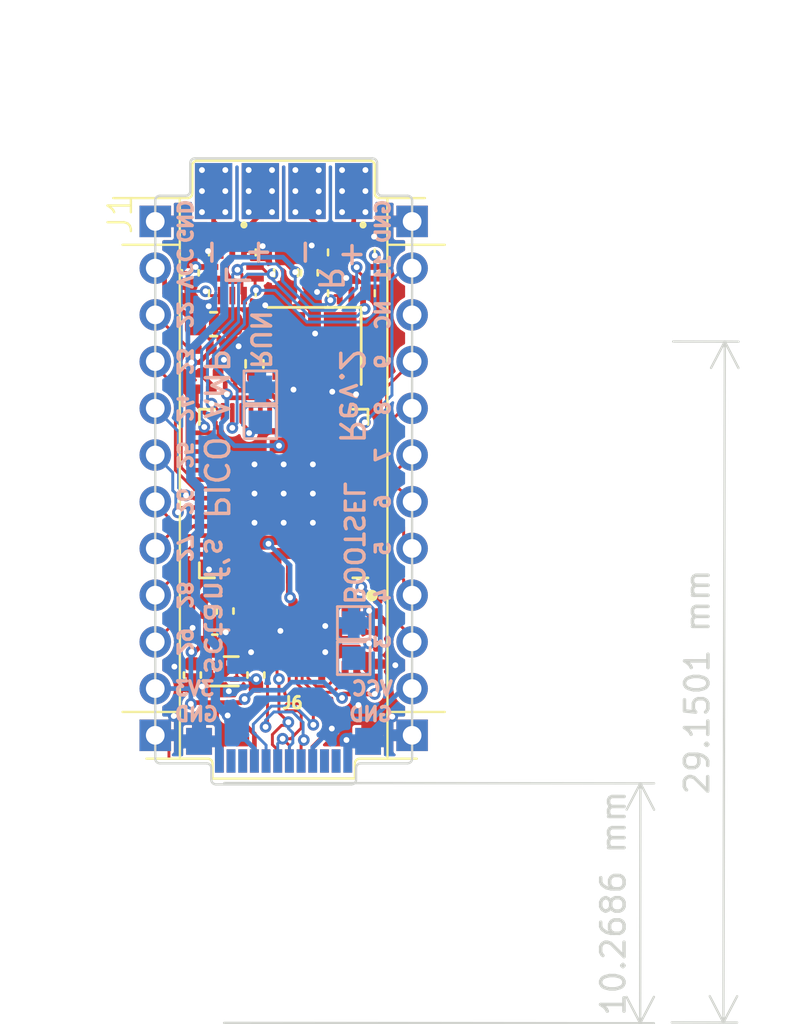
<source format=kicad_pcb>
(kicad_pcb (version 20240108) (generator "pcbnew") (generator_version "8.0")
  (layers (0 "F.Cu" signal) (31 "B.Cu" signal) (34 "B.Paste" user) (35 "F.Paste" user) (36 "B.SilkS" user "B.Silkscreen") (37 "F.SilkS" user "F.Silkscreen") (38 "B.Mask" user) (39 "F.Mask" user) (44 "Edge.Cuts" user))
  (net 0 "")
  (net 1 "/P29")
  (net 2 "/P28")
  (net 3 "+3V3")
  (net 7 "/P27")
  (net 8 "/P26")
  (net 9 "/P25")
  (net 10 "/P24")
  (net 11 "/P23")
  (net 12 "/P3")
  (net 13 "/P4")
  (net 14 "+1V1")
  (net 15 "/~{USB_BOOT}")
  (net 21 "/P5")
  (net 22 "/P6")
  (net 23 "/P7")
  (net 24 "/P8")
  (net 25 "/P9")
  (net 26 "/P11")
  (net 27 "Net-(J6-CC1)")
  (net 28 "/D+")
  (net 29 "/LRCLK")
  (net 30 "/BCLK")
  (net 31 "/DOUT")
  (net 35 "L+")
  (net 36 "L-")
  (net 37 "R+")
  (net 38 "R-")
  (net 39 "VCC")
  (net 40 "GND")
  (net 41 "Net-(U1-XIN)")
  (net 42 "Net-(U1-XOUT)")
  (net 43 "Net-(C5-Pad1)")
  (net 44 "Net-(IC3-~{CS})")
  (net 45 "Net-(IC3-DO(IO1))")
  (net 46 "Net-(IC3-IO2)")
  (net 47 "Net-(IC3-DI(IO0))")
  (net 48 "Net-(IC3-CLK)")
  (net 49 "Net-(IC3-IO3)")
  (net 50 "Net-(U1-USB_DM)")
  (net 51 "Net-(U1-USB_DP)")
  (net 54 "/D-")
  (net 56 "/~{RST}")
  (net 57 "Net-(J6-CC2)")
  (net 67 "unconnected-(U1-GPIO21-Pad32)")
  (net 68 "/P22")
  (footprint "Resistor_SMD:R_0201_0603Metric" (layer "F.Cu") (at 139 99.37 90)
    (property "Reference" "R3" (hide yes))
    (property "Value" "27R" (hide yes))
  )
  (footprint "Connector_PinHeader_2.00mm:PinHeader_1x11_P2.00mm_Vertical" (layer "F.Cu") (at 145.5 82.9)
    (property "Reference" "J4" (hide yes))
    (property "Value" "Conn_01x11_Pin" (hide yes))
  )
  (footprint "Capacitor_SMD:C_0201_0603Metric" (layer "F.Cu") (at 136.58 90.08)
    (property "Reference" "C23" (hide yes))
    (property "Value" "0.1uF" (hide yes))
  )
  (footprint "Resistor_SMD:R_0201_0603Metric" (layer "F.Cu") (at 136.58 88.37)
    (property "Reference" "R7" (hide yes))
    (property "Value" "5.1k" (hide yes))
  )
  (footprint "Capacitor_SMD:C_0402_1005Metric" (layer "F.Cu") (at 137.49 99.58 -90)
    (property "Reference" "C16" (hide yes))
    (property "Value" "1uF" (hide yes))
  )
  (footprint "Resistor_SMD:R_0201_0603Metric" (layer "F.Cu") (at 138.3 100.8 -90)
    (property "Reference" "R5" (hide yes))
    (property "Value" "5.1k" (hide yes))
  )
  (footprint "Capacitor_SMD:C_0201_0603Metric" (layer "F.Cu") (at 136.33 99.02 180)
    (property "Reference" "C17" (hide yes))
    (property "Value" "0.1uF" (hide yes))
  )
  (footprint "Ownstr-Library:USB_C_Plug_Straddle" (layer "F.Cu") (at 139.99515 106.04 180)
    (property "Reference" "J6")
    (property "Value" "USB_C_Receptacle" (hide yes))
  )
  (footprint "Capacitor_SMD:C_0402_1005Metric" (layer "F.Cu") (at 136 85.1 -90)
    (property "Reference" "C4" (hide yes))
    (property "Value" "0.1uF" (hide yes))
  )
  (footprint "Resistor_SMD:R_0201_0603Metric" (layer "F.Cu") (at 138.3 99.37 90)
    (property "Reference" "R2" (hide yes))
    (property "Value" "27R" (hide yes))
  )
  (footprint "Capacitor_SMD:C_0603_1608Metric" (layer "F.Cu") (at 137 87.3)
    (property "Reference" "C1" (hide yes))
    (property "Value" "10uF" (hide yes))
  )
  (footprint "Connector_PinHeader_2.00mm:PinHeader_1x01_P2.00mm_Vertical" (layer "F.Cu") (at 145.5 104.9 90)
    (property "Reference" "J5" (hide yes))
    (property "Value" "Conn_01x01_Pin")
  )
  (footprint "Capacitor_SMD:C_0201_0603Metric" (layer "F.Cu") (at 144.03 102.17 90)
    (property "Reference" "C24" (hide yes))
    (property "Value" "0.1uF" (hide yes))
  )
  (footprint "Resistor_SMD:R_0201_0603Metric" (layer "F.Cu") (at 140.4 101 90)
    (property "Reference" "R6" (hide yes))
    (property "Value" "5.1k" (hide yes))
  )
  (footprint "Capacitor_SMD:C_0201_0603Metric" (layer "F.Cu") (at 138.87 87.37 90)
    (property "Reference" "C5" (hide yes))
    (property "Value" "15pF" (hide yes))
  )
  (footprint "SamacSys_Parts:MAX98360AEFB" (layer "F.Cu") (at 142.9 85.1 -90)
    (property "Reference" "IC2" (hide yes))
    (property "Value" "MAX98360AEFB+T" (hide yes))
  )
  (footprint "Capacitor_SMD:C_0201_0603Metric" (layer "F.Cu") (at 143.77 89.73 90)
    (property "Reference" "C21" (hide yes))
    (property "Value" "0.1uF" (hide yes))
  )
  (footprint "Resistor_SMD:R_0201_0603Metric" (layer "F.Cu") (at 144.03 100.77 90)
    (property "Reference" "R4" (hide yes))
    (property "Value" "1k" (hide yes))
  )
  (footprint "Package_DFN_QFN:UDFN-4-1EP_1x1mm_P0.65mm_EP0.48x0.48mm" (layer "F.Cu") (at 137.45 102.16)
    (property "Reference" "U2" (hide yes))
    (property "Value" "MIC5317-3.3xM5" (hide yes))
  )
  (footprint "Capacitor_SMD:C_0201_0603Metric" (layer "F.Cu") (at 136.87 89.38 180)
    (property "Reference" "C15" (hide yes))
    (property "Value" "0.1uF" (hide yes))
  )
  (footprint "Crystal:Crystal_SMD_3225-4Pin_3.2x2.5mm" (layer "F.Cu") (at 141.32 88.23 180)
    (property "Reference" "Y1" (hide yes))
    (property "Value" "Crystal_GND24" (hide yes))
  )
  (footprint "Connector_PinHeader_2.00mm:PinHeader_1x01_P2.00mm_Vertical" (layer "F.Cu") (at 134.5 104.9 180)
    (property "Reference" "J3" (hide yes))
    (property "Value" "Conn_01x01_Pin" (hide yes))
  )
  (footprint "Capacitor_SMD:C_0201_0603Metric" (layer "F.Cu") (at 140.4 99.57 -90)
    (property "Reference" "C14" (hide yes))
    (property "Value" "0.1uF" (hide yes))
  )
  (footprint "Resistor_SMD:R_0402_1005Metric" (layer "F.Cu") (at 138.75 89 -90)
    (property "Reference" "R1" (hide yes))
    (property "Value" "1k" (hide yes))
  )
  (footprint "Capacitor_SMD:C_0201_0603Metric" (layer "F.Cu") (at 137.92 89.23 90)
    (property "Reference" "C20" (hide yes))
    (property "Value" "0.1uF" (hide yes))
  )
  (footprint "Capacitor_SMD:C_0603_1608Metric" (layer "F.Cu") (at 140.1 85.1 -90)
    (property "Reference" "C2" (hide yes))
    (property "Value" "10uF" (hide yes))
  )
  (footprint "Capacitor_SMD:C_0201_0603Metric" (layer "F.Cu") (at 139.7 99.57 -90)
    (property "Reference" "C12" (hide yes))
    (property "Value" "0.1uF" (hide yes))
  )
  (footprint "SamacSys_Parts:MAX98360AEFB" (layer "F.Cu") (at 137.8 85.1 -90)
    (property "Reference" "IC1" (hide yes))
    (property "Value" "MAX98360AEFB+T" (hide yes))
  )
  (footprint "Capacitor_SMD:C_0402_1005Metric" (layer "F.Cu") (at 136.09 102.32 -90)
    (property "Reference" "C8" (hide yes))
    (property "Value" "1uF" (hide yes))
  )
  (footprint "Capacitor_SMD:C_0201_0603Metric" (layer "F.Cu") (at 144.03 99.37 -90)
    (property "Reference" "C22" (hide yes))
    (property "Value" "0.1uF" (hide yes))
  )
  (footprint "Package_DFN_QFN:QFN-56-1EP_7x7mm_P0.4mm_EP3.2x3.2mm" (layer "F.Cu") (at 140 94.55 180)
    (property "Reference" "U1" (hide yes))
    (property "Value" "RP2040" (hide yes))
  )
  (footprint "Capacitor_SMD:C_0402_1005Metric" (layer "F.Cu") (at 137.05 100.95)
    (property "Reference" "C18" (hide yes))
    (property "Value" "1uF" (hide yes))
  )
  (footprint "SamacSys_Parts:SON50P300X200X60-9N" (layer "F.Cu") (at 142.38 100.77 -90)
    (property "Reference" "IC3" (hide yes))
    (property "Value" "W25Q16JVUXIQ_TR" (hide yes))
  )
  (footprint "Capacitor_SMD:C_0402_1005Metric" (layer "F.Cu") (at 141.1 85.1 -90)
    (property "Reference" "C3" (hide yes))
    (property "Value" "0.1uF" (hide yes))
  )
  (footprint "Capacitor_SMD:C_0402_1005Metric" (layer "F.Cu") (at 138.81 102.32 90)
    (property "Reference" "C7" (hide yes))
    (property "Value" "1uF" (hide yes))
  )
  (footprint "Capacitor_SMD:C_0201_0603Metric" (layer "F.Cu") (at 136.33 99.72 180)
    (property "Reference" "C19" (hide yes))
    (property "Value" "0.1uF" (hide yes))
  )
  (footprint "Ownstr-Library:Pin" (layer "F.Cu") (at 137 81.6 90)
    (property "Reference" "J1")
    (property "Value" "Conn_01x04_Pin")
  )
  (footprint "Capacitor_SMD:C_0201_0603Metric" (layer "F.Cu") (at 143.77 88.33 -90)
    (property "Reference" "C6" (hide yes))
    (property "Value" "15pF" (hide yes))
  )
  (footprint "TestPoint:TestPoint_Pad_1.0x1.0mm" (layer "B.Cu") (at 139 90 180)
    (property "Reference" "TP4" (hide yes))
    (property "Value" "TestPoint" (hide yes))
  )
  (footprint "Connector_PinHeader_2.00mm:PinHeader_1x11_P2.00mm_Vertical" (layer "B.Cu") (at 134.5 82.9 180)
    (property "Reference" "J2" (hide yes))
    (property "Value" "Conn_01x11_Pin" (hide yes))
  )
  (footprint "TestPoint:TestPoint_Pad_1.0x1.0mm" (layer "B.Cu") (at 139 91.5 180)
    (property "Reference" "TP3" (hide yes))
    (property "Value" "TestPoint" (hide yes))
  )
  (footprint "TestPoint:TestPoint_Pad_1.0x1.0mm" (layer "B.Cu") (at 143 101.6 180)
    (property "Reference" "TP2" (hide yes))
    (property "Value" "TestPoint" (hide yes))
  )
  (footprint "TestPoint:TestPoint_Pad_1.0x1.0mm" (layer "B.Cu") (at 143 100.09 180)
    (property "Reference" "TP1" (hide yes))
    (property "Value" "TestPoint" (hide yes))
  )
  (gr_line (start 136.9375 106.755) (end 143.0225 106.745) (stroke (width 0.1)) (layer "F.SilkS"))
  (gr_line (start 143.900001 81.7) (end 143.9 80.5) (stroke (width 0.1)) (layer "F.SilkS"))
  (gr_line (start 144.100001 81.9) (end 146.05 81.9) (stroke (width 0.1)) (layer "F.SilkS"))
  (gr_line (start 143.05 106.1) (end 143.05 106.68) (stroke (width 0.1)) (layer "F.SilkS"))
  (gr_arc (start 136.75 105.9) (mid 136.891422 105.958578) (end 136.95 106.1) (stroke (width 0.1)) (layer "F.SilkS"))
  (gr_line (start 144.45 103.9) (end 146.9 103.9) (stroke (width 0.1)) (layer "F.SilkS"))
  (gr_line (start 136.289999 80.3) (end 143.700001 80.3) (stroke (width 0.1)) (layer "F.SilkS"))
  (gr_line (start 133.1 103.9) (end 135.55 103.9) (stroke (width 0.1)) (layer "F.SilkS"))
  (gr_arc (start 136.09 80.5) (mid 136.148579 80.358579) (end 136.289999 80.3) (stroke (width 0.1)) (layer "F.SilkS"))
  (gr_line (start 144.45 83.9) (end 146.9 83.9) (stroke (width 0.1)) (layer "F.SilkS"))
  (gr_line (start 134.125001 105.9) (end 136.75 105.9) (stroke (width 0.1)) (layer "F.SilkS"))
  (gr_line (start 135.889999 81.9) (end 132.7 81.9) (stroke (width 0.1)) (layer "F.SilkS"))
  (gr_line (start 135.555 105.85) (end 135.55 81.9) (stroke (width 0.1)) (layer "F.SilkS"))
  (gr_arc (start 136.089999 81.7) (mid 136.031421 81.841422) (end 135.889999 81.9) (stroke (width 0.1)) (layer "F.SilkS"))
  (gr_line (start 143.25 105.9) (end 145.7 105.9) (stroke (width 0.1)) (layer "F.SilkS"))
  (gr_line (start 136.95 106.1) (end 136.95 106.69) (stroke (width 0.1)) (layer "F.SilkS"))
  (gr_line (start 136.089999 81.7) (end 136.09 80.5) (stroke (width 0.1)) (layer "F.SilkS"))
  (gr_arc (start 143.700001 80.3) (mid 143.841421 80.358579) (end 143.9 80.5) (stroke (width 0.1)) (layer "F.SilkS"))
  (gr_arc (start 144.100001 81.9) (mid 143.958579 81.841422) (end 143.900001 81.7) (stroke (width 0.1)) (layer "F.SilkS"))
  (gr_line (start 144.445 105.85) (end 144.44 81.9) (stroke (width 0.1)) (layer "F.SilkS"))
  (gr_arc (start 143.05 106.1) (mid 143.108579 105.958579) (end 143.25 105.9) (stroke (width 0.1)) (layer "F.SilkS"))
  (gr_line (start 133.1 83.9) (end 135.55 83.9) (stroke (width 0.1)) (layer "F.SilkS"))
  (gr_line (start 135.8 81.8) (end 134.699999 81.8) (stroke (width 0.1)) (layer "Edge.Cuts"))
  (gr_line (start 143.1 106.3) (end 143.1 106.8) (stroke (width 0.1)) (layer "Edge.Cuts"))
  (gr_line (start 137.1 106.999999) (end 142.9 107) (stroke (width 0.1)) (layer "Edge.Cuts"))
  (gr_arc (start 143.099999 106.799999) (mid 143.041421 106.94142) (end 142.9 106.999999) (stroke (width 0.1)) (layer "Edge.Cuts"))
  (gr_arc (start 145.499999 105.9) (mid 145.441421 106.041421) (end 145.3 106.1) (stroke (width 0.1)) (layer "Edge.Cuts"))
  (gr_line (start 136 81.6) (end 136.000001 80.4) (stroke (width 0.1)) (layer "Edge.Cuts"))
  (gr_arc (start 143.8 80.2) (mid 143.941421 80.258579) (end 143.999999 80.4) (stroke (width 0.1)) (layer "Edge.Cuts"))
  (gr_arc (start 144.2 81.8) (mid 144.058579 81.741421) (end 144 81.6) (stroke (width 0.1)) (layer "Edge.Cuts"))
  (gr_line (start 143.3 106.1) (end 145.3 106.1) (stroke (width 0.1)) (layer "Edge.Cuts"))
  (gr_line (start 144 81.6) (end 143.999999 80.4) (stroke (width 0.1)) (layer "Edge.Cuts"))
  (gr_arc (start 136.000001 80.4) (mid 136.058579 80.258579) (end 136.2 80.2) (stroke (width 0.1)) (layer "Edge.Cuts"))
  (gr_line (start 145.499999 105.9) (end 145.5 82) (stroke (width 0.1)) (layer "Edge.Cuts"))
  (gr_arc (start 143.1 106.3) (mid 143.158579 106.158579) (end 143.3 106.1) (stroke (width 0.1)) (layer "Edge.Cuts"))
  (gr_line (start 136.7 106.1) (end 134.7 106.1) (stroke (width 0.1)) (layer "Edge.Cuts"))
  (gr_arc (start 134.5 82) (mid 134.558578 81.858579) (end 134.699999 81.8) (stroke (width 0.1)) (layer "Edge.Cuts"))
  (gr_arc (start 145.300001 81.8) (mid 145.441422 81.858579) (end 145.5 82) (stroke (width 0.1)) (layer "Edge.Cuts"))
  (gr_arc (start 136 81.6) (mid 135.941421 81.741421) (end 135.8 81.8) (stroke (width 0.1)) (layer "Edge.Cuts"))
  (gr_line (start 136.9 106.3) (end 136.9 106.8) (stroke (width 0.1)) (layer "Edge.Cuts"))
  (gr_line (start 144.2 81.8) (end 145.300001 81.8) (stroke (width 0.1)) (layer "Edge.Cuts"))
  (gr_line (start 136.2 80.2) (end 143.8 80.2) (stroke (width 0.1)) (layer "Edge.Cuts"))
  (gr_arc (start 137.1 106.999999) (mid 136.958579 106.94142) (end 136.900001 106.799999) (stroke (width 0.1)) (layer "Edge.Cuts"))
  (gr_arc (start 134.7 106.1) (mid 134.558578 106.041422) (end 134.500001 105.9) (stroke (width 0.1)) (layer "Edge.Cuts"))
  (gr_arc (start 136.7 106.1) (mid 136.841421 106.158579) (end 136.9 106.3) (stroke (width 0.1)) (layer "Edge.Cuts"))
  (gr_line (start 134.5 82) (end 134.5 105.9) (stroke (width 0.1)) (layer "Edge.Cuts"))
  (gr_text "25" (at 135.75 92.9 270) (layer "B.SilkS") (effects (font (size 0.6 0.6) (thickness 0.15) (bold yes)) (justify mirror)))
  (gr_text "+" (at 143 83.6 270) (layer "B.SilkS") (effects (font (size 1 1)) (justify right mirror)))
  (gr_text "24" (at 135.75 90.9 270) (layer "B.SilkS") (effects (font (size 0.6 0.6) (thickness 0.15) (bold yes)) (justify mirror)))
  (gr_text "GND" (at 135.25 104 0) (layer "B.SilkS") (effects (font (size 0.6 0.6) (thickness 0.15) (bold yes)) (justify right mirror)))
  (gr_text "28" (at 135.75 98.9 270) (layer "B.SilkS") (effects (font (size 0.6 0.6) (thickness 0.15) (bold yes)) (justify mirror)))
  (gr_text "3" (at 144.25 100.9 90) (layer "B.SilkS") (effects (font (size 0.6 0.6) (thickness 0.15) (bold yes)) (justify mirror)))
  (gr_text "VCC" (at 135.75 84.9 270) (layer "B.SilkS") (effects (font (size 0.6 0.6) (thickness 0.15) (bold yes)) (justify mirror)))
  (gr_text "-" (at 141 83.5 270) (layer "B.SilkS") (effects (font (size 1 1)) (justify right mirror)))
  (gr_text "22" (at 135.75 86.9 270) (layer "B.SilkS") (effects (font (size 0.6 0.6) (thickness 0.15) (bold yes)) (justify mirror)))
  (gr_text "7" (at 144.25 92.9 90) (layer "B.SilkS") (effects (font (size 0.6 0.6) (thickness 0.15) (bold yes)) (justify mirror)))
  (gr_text "GND" (at 144.75 104 0) (layer "B.SilkS") (effects (font (size 0.6 0.6) (thickness 0.15) (bold yes)) (justify left mirror)))
  (gr_text "BOOTSEL" (at 143 99.39 270) (layer "B.SilkS") (effects (font (size 0.8 0.8)) (justify left mirror)))
  (gr_text "23" (at 135.75 88.9 270) (layer "B.SilkS") (effects (font (size 0.6 0.6) (thickness 0.15) (bold yes)) (justify mirror)))
  (gr_text "R" (at 142 84.75 270) (layer "B.SilkS") (effects (font (size 1 1)) (justify right mirror)))
  (gr_text "GND" (at 135.75 82.9 270) (layer "B.SilkS") (effects (font (size 0.6 0.6) (thickness 0.15) (bold yes)) (justify mirror)))
  (gr_text "5" (at 144.25 96.9 90) (layer "B.SilkS") (effects (font (size 0.6 0.6) (thickness 0.15) (bold yes)) (justify mirror)))
  (gr_text "VCC" (at 144.75 102.9 0) (layer "B.SilkS") (effects (font (size 0.6 0.6) (thickness 0.15) (bold yes)) (justify left mirror)))
  (gr_text "9" (at 144.25 88.9 90) (layer "B.SilkS") (effects (font (size 0.6 0.6) (thickness 0.15) (bold yes)) (justify mirror)))
  (gr_text "26" (at 135.75 94.9 270) (layer "B.SilkS") (effects (font (size 0.6 0.6) (thickness 0.15) (bold yes)) (justify mirror)))
  (gr_text "RUN" (at 139 89.3 270) (layer "B.SilkS") (effects (font (size 0.8 0.8)) (justify left mirror)))
  (gr_text "29" (at 135.75 100.9 270) (layer "B.SilkS") (effects (font (size 0.6 0.6) (thickness 0.15) (bold yes)) (justify mirror)))
  (gr_text "-" (at 137 83.5 270) (layer "B.SilkS") (effects (font (size 1 1)) (justify right mirror)))
  (gr_text "Rev.2" (at 142.9 92.5 270) (layer "B.SilkS") (effects (font (size 1 1)) (justify left mirror)))
  (gr_text "6" (at 144.25 94.9 90) (layer "B.SilkS") (effects (font (size 0.6 0.6) (thickness 0.15) (bold yes)) (justify mirror)))
  (gr_text "8" (at 144.25 90.9 90) (layer "B.SilkS") (effects (font (size 0.6 0.6) (thickness 0.15) (bold yes)) (justify mirror)))
  (gr_text "3V3" (at 135.25 102.9 0) (layer "B.SilkS") (effects (font (size 0.6 0.6) (thickness 0.15) (bold yes)) (justify right mirror)))
  (gr_text "27" (at 135.75 96.9 270) (layer "B.SilkS") (effects (font (size 0.6 0.6) (thickness 0.15) (bold yes)) (justify mirror)))
  (gr_text "11" (at 144.25 84.9 90) (layer "B.SilkS") (effects (font (size 0.6 0.6) (thickness 0.15) (bold yes)) (justify mirror)))
  (gr_text "NC" (at 144.25 86.9 90) (layer "B.SilkS") (effects (font (size 0.6 0.6) (thickness 0.15) (bold yes)) (justify mirror)))
  (gr_text "L" (at 138 84.75 270) (layer "B.SilkS") (effects (font (size 1 1)) (justify right mirror)))
  (gr_text "+" (at 139 83.5 270) (layer "B.SilkS") (effects (font (size 1 1)) (justify right mirror)))
  (gr_text "sctanf's PICO AMP" (at 137.1 102.4 270) (layer "B.SilkS") (effects (font (size 1 1)) (justify left mirror)))
  (gr_text "GND" (at 144.25 82.9 90) (layer "B.SilkS") (effects (font (size 0.6 0.6) (thickness 0.15) (bold yes)) (justify mirror)))
  (gr_text "4" (at 144.25 98.9 90) (layer "B.SilkS") (effects (font (size 0.6 0.6) (thickness 0.15) (bold yes)) (justify mirror)))
  (dimension (type aligned) (layer "Edge.Cuts") (pts (xy 156.12 117.19) (xy 156.18 88.04)) (height 2.71043) (gr_text "29.1501 mm" (at 157.710426 102.618212 89.88206717) (layer "Edge.Cuts") (effects (font (size 1 1) (thickness 0.15)))) (format (prefix "") (suffix "") (units 3) (units_format 1) (precision 4)) (style (thickness 0.1) (arrow_length 1.27) (text_position_mode 0) (extension_height 0.58642) (extension_offset 0.5) keep_text_aligned))
  (dimension (type aligned) (layer "Edge.Cuts") (pts (xy 136.958579 106.94142) (xy 136.95 117.21)) (height -18.31684) (gr_text "10.2686 mm" (at 154.121123 112.090052 89.95212603) (layer "Edge.Cuts") (effects (font (size 1 1) (thickness 0.15)))) (format (prefix "") (suffix "") (units 3) (units_format 1) (precision 4)) (style (thickness 0.1) (arrow_length 1.27) (text_position_mode 0) (extension_height 0.58642) (extension_offset 0.5) keep_text_aligned))
  (segment (start 135.4 100) (end 134.8625 100.5375) (width 0.125) (layer "F.Cu") (net 1))
  (segment (start 134.8625 100.5375) (end 134.8625 100.9) (width 0.125) (layer "F.Cu") (net 1))
  (segment (start 136.5625 96.75) (end 136.125 96.75) (width 0.125) (layer "F.Cu") (net 1))
  (segment (start 135.7 97.175) (end 135.7 98.5) (width 0.125) (layer "F.Cu") (net 1))
  (segment (start 135.7 98.5) (end 135.4 98.8) (width 0.125) (layer "F.Cu") (net 1))
  (segment (start 135.4 98.8) (end 135.4 100) (width 0.125) (layer "F.Cu") (net 1))
  (segment (start 136.125 96.75) (end 135.7 97.175) (width 0.125) (layer "F.Cu") (net 1))
  (segment (start 135.95 96.35) (end 135.3625 96.9375) (width 0.125) (layer "F.Cu") (net 2))
  (segment (start 135.3625 98.0375) (end 134.8625 98.5375) (width 0.125) (layer "F.Cu") (net 2))
  (segment (start 136.5625 96.35) (end 135.95 96.35) (width 0.125) (layer "F.Cu") (net 2))
  (segment (start 134.8625 98.5375) (end 134.8625 98.9) (width 0.125) (layer "F.Cu") (net 2))
  (segment (start 135.3625 96.9375) (end 135.3625 98.0375) (width 0.125) (layer "F.Cu") (net 2))
  (segment (start 143 93.55) (end 143.4375 93.55) (width 0.2) (layer "F.Cu") (net 3))
  (segment (start 136.65 100.87) (end 136.57 100.95) (width 0.2) (layer "F.Cu") (net 3))
  (segment (start 136.26 90.721752) (end 136.738248 91.2) (width 0.2) (layer "F.Cu") (net 3))
  (segment (start 136.09 101.84) (end 136.905 101.84) (width 0.2) (layer "F.Cu") (net 3))
  (segment (start 139.7 99.25) (end 139.8 99.15) (width 0.2) (layer "F.Cu") (net 3))
  (segment (start 139.4 98.760378) (end 139.7 99.060378) (width 0.2) (layer "F.Cu") (net 3))
  (segment (start 139.8 97.15) (end 139.8 97.55) (width 0.2) (layer "F.Cu") (net 3))
  (segment (start 139.8 91.1125) (end 139.8 91.8) (width 0.2) (layer "F.Cu") (net 3))
  (segment (start 139.7 99.060378) (end 139.7 99.25) (width 0.2) (layer "F.Cu") (net 3))
  (segment (start 137.4 97.9875) (end 136.65 98.7375) (width 0.2) (layer "F.Cu") (net 3))
  (segment (start 138.06 90.125) (end 137.92 89.985) (width 0.2) (layer "F.Cu") (net 3))
  (segment (start 136.770752 91.2) (end 137.074 91.503248) (width 0.2) (layer "F.Cu") (net 3))
  (segment (start 136.738248 91.2) (end 136.770752 91.2) (width 0.2) (layer "F.Cu") (net 3))
  (segment (start 137.8 97.35) (end 137.6 97.15) (width 0.2) (layer "F.Cu") (net 3))
  (segment (start 136.078385 103.5) (end 138.17316 103.5) (width 0.2) (layer "F.Cu") (net 3))
  (segment (start 143 91.148248) (end 143 91.538908) (width 0.2) (layer "F.Cu") (net 3))
  (segment (start 143.13 102.17) (end 143.45 102.49) (width 0.2) (layer "F.Cu") (net 3))
  (segment (start 142.775 93.325) (end 143 93.55) (width 0.2) (layer "F.Cu") (net 3))
  (segment (start 139.8 99.15) (end 139.8 97.9875) (width 0.2) (layer "F.Cu") (net 3))
  (segment (start 143.77 90.05) (end 143.76 90.05) (width 0.2) (layer "F.Cu") (net 3))
  (segment (start 139.8 90.626472) (end 139.298527 90.125) (width 0.2) (layer "F.Cu") (net 3))
  (segment (start 137.92 89.985) (end 137.92 89.55) (width 0.2) (layer "F.Cu") (net 3))
  (segment (start 136.0495 101.33) (end 136.09 101.3705) (width 0.2) (layer "F.Cu") (net 3))
  (segment (start 144.03 97.7425) (end 143.4375 97.15) (width 0.2) (layer "F.Cu") (net 3))
  (segment (start 142.57 103.13) (end 143.9 103.13) (width 0.2) (layer "F.Cu") (net 3))
  (segment (start 136.65 99.72) (end 136.65 100.87) (width 0.2) (layer "F.Cu") (net 3))
  (segment (start 142.775 91.763908) (end 142.775 93.325) (width 0.2) (layer "F.Cu") (net 3))
  (segment (start 136.025 103.553385) (end 136.078385 103.5) (width 0.2) (layer "F.Cu") (net 3))
  (segment (start 139.4 97.35) (end 139.6 97.15) (width 0.2) (layer "F.Cu") (net 3))
  (segment (start 139.8 91.1125) (end 139.8 90.626472) (width 0.2) (layer "F.Cu") (net 3))
  (segment (start 136.09 101.3705) (end 136.09 101.84) (width 0.2) (layer "F.Cu") (net 3))
  (segment (start 136.905 101.84) (end 136.91 101.835) (width 0.2) (layer "F.Cu") (net 3))
  (segment (start 137.8 97.9875) (end 137.4 97.9875) (width 0.2) (layer "F.Cu") (net 3))
  (segment (start 136.0495 101.33) (end 136.19 101.33) (width 0.2) (layer "F.Cu") (net 3))
  (segment (start 144.03 103) (end 143.9 103.13) (width 0.2) (layer "F.Cu") (net 3))
  (segment (start 143.77 90.378248) (end 143 91.148248) (width 0.2) (layer "F.Cu") (net 3))
  (segment (start 144.03 99.05) (end 144.03 97.7425) (width 0.2) (layer "F.Cu") (net 3))
  (segment (start 143.4375 93.55) (end 142.6 93.55) (width 0.2) (layer "F.Cu") (net 3))
  (segment (start 144.03 99.05) (end 143.822583 99.05) (width 0.2) (layer "F.Cu") (net 3))
  (segment (start 136.65 99.02) (end 136.65 99.72) (width 0.2) (layer "F.Cu") (net 3))
  (segment (start 139.8 97.9875) (end 139.8 97.15) (width 0.2) (layer "F.Cu") (net 3))
  (segment (start 137.074 91.503248) (end 137.074 91.635092) (width 0.2) (layer "F.Cu") (net 3))
  (segment (start 136.5625 93.55) (end 137.45 93.55) (width 0.2) (layer "F.Cu") (net 3))
  (segment (start 136.26 90.08) (end 136.26 90.721752) (width 0.2) (layer "F.Cu") (net 3))
  (segment (start 137.8 97.9875) (end 137.8 97.35) (width 0.2) (layer "F.Cu") (net 3))
  (segment (start 137.074 91.635092) (end 137.225 91.786092) (width 0.2) (layer "F.Cu") (net 3))
  (segment (start 143.4375 97.15) (end 142.6 97.15) (width 0.2) (layer "F.Cu") (net 3))
  (segment (start 143 91.538908) (end 142.775 91.763908) (width 0.2) (layer "F.Cu") (net 3))
  (segment (start 137.4 97.9875) (end 137.4 97.15) (width 0.2) (layer "F.Cu") (net 3))
  (segment (start 139.4 97.9875) (end 139.4 97.35) (width 0.2) (layer "F.Cu") (net 3))
  (segment (start 143.77 90.05) (end 143.77 90.378248) (width 0.2) (layer "F.Cu") (net 3))
  (segment (start 136.19 101.33) (end 136.57 100.95) (width 0.2) (layer "F.Cu") (net 3))
  (segment (start 136.65 98.7375) (end 136.65 99.02) (width 0.2) (layer "F.Cu") (net 3))
  (segment (start 138.17316 103.5) (end 138.326902 103.346258) (width 0.2) (layer "F.Cu") (net 3))
  (segment (start 143.822583 99.05) (end 143.320252 98.547669) (width 0.2) (layer "F.Cu") (net 3))
  (segment (start 139.4 97.9875) (end 139.4 98.760378) (width 0.2) (layer "F.Cu") (net 3))
  (segment (start 143.45 102.49) (end 144.03 102.49) (width 0.2) (layer "F.Cu") (net 3))
  (segment (start 139.298527 90.125) (end 138.06 90.125) (width 0.2) (layer "F.Cu") (net 3))
  (segment (start 136.5625 97.15) (end 137.4 97.15) (width 0.2) (layer "F.Cu") (net 3))
  (segment (start 144.03 102.49) (end 144.03 103) (width 0.2) (layer "F.Cu") (net 3))
  (segment (start 137.225 93.325) (end 137 93.55) (width 0.2) (layer "F.Cu") (net 3))
  (segment (start 137.225 91.786092) (end 137.225 93.325) (width 0.2) (layer "F.Cu") (net 3))
  (segment (start 142.4 103.3) (end 142.57 103.13) (width 0.2) (layer "F.Cu") (net 3))
  (segment (start 137 93.55) (end 136.5625 93.55) (width 0.2) (layer "F.Cu") (net 3))
  (via (at 138.326902 103.346258) (size 0.5) (drill 0.25) (layers "F.Cu" "B.Cu") (net 3))
  (via (at 136.0495 101.33) (size 0.5) (drill 0.25) (layers "F.Cu" "B.Cu") (net 3))
  (via (at 142.5 103.3) (size 0.5) (drill 0.25) (layers "F.Cu" "B.Cu") (net 3))
  (via (at 143.320252 98.547669) (size 0.5) (drill 0.25) (layers "F.Cu" "B.Cu") (net 3))
  (via (at 143.9 103.13) (size 0.5) (drill 0.25) (layers "F.Cu" "B.Cu") (net 3))
  (via (at 136.025 103.553385) (size 0.5) (drill 0.25) (layers "F.Cu" "B.Cu") (net 3))
  (segment (start 136.025 103.553385) (end 136.025 102.91) (width 0.2) (layer "B.Cu") (net 3))
  (segment (start 136.015 102.9) (end 134.9 102.9) (width 0.2) (layer "B.Cu") (net 3))
  (segment (start 144.133683 99.3611) (end 144.133683 102.896317) (width 0.2) (layer "B.Cu") (net 3))
  (segment (start 136.025 101.3545) (end 136.025 102.91) (width 0.2) (layer "B.Cu") (net 3))
  (segment (start 141.725 102.625) (end 142.4 103.3) (width 0.2) (layer "B.Cu") (net 3))
  (segment (start 136.0495 101.33) (end 136.025 101.3545) (width 0.2) (layer "B.Cu") (net 3))
  (segment (start 144.133683 102.896317) (end 143.9 103.13) (width 0.2) (layer "B.Cu") (net 3))
  (segment (start 143.320252 98.547669) (end 144.133683 99.3611) (width 0.2) (layer "B.Cu") (net 3))
  (segment (start 140.336864 102.625) (end 141.725 102.625) (width 0.2) (layer "B.Cu") (net 3))
  (segment (start 136.025 102.91) (end 136.015 102.9) (width 0.2) (layer "B.Cu") (net 3))
  (segment (start 138.70366 102.9695) (end 139.992364 102.9695) (width 0.2) (layer "B.Cu") (net 3))
  (segment (start 139.992364 102.9695) (end 140.336864 102.625) (width 0.2) (layer "B.Cu") (net 3))
  (segment (start 143.9 103.13) (end 143.9 103) (width 0.2) (layer "B.Cu") (net 3))
  (segment (start 138.326902 103.346258) (end 138.70366 102.9695) (width 0.2) (layer "B.Cu") (net 3))
  (segment (start 136.116054 95.95) (end 136.003554 96.0625) (width 0.125) (layer "F.Cu") (net 7))
  (segment (start 135.3375 96.0625) (end 134.8625 96.5375) (width 0.125) (layer "F.Cu") (net 7))
  (segment (start 136.003554 96.0625) (end 135.3375 96.0625) (width 0.125) (layer "F.Cu") (net 7))
  (segment (start 134.8625 96.5375) (end 134.8625 96.9) (width 0.125) (layer "F.Cu") (net 7))
  (segment (start 136.5625 95.95) (end 136.116054 95.95) (width 0.125) (layer "F.Cu") (net 7))
  (segment (start 135.78 95.81) (end 135.31 95.81) (width 0.125) (layer "F.Cu") (net 8))
  (segment (start 136.04 95.55) (end 135.78 95.81) (width 0.125) (layer "F.Cu") (net 8))
  (segment (start 136.5625 95.55) (end 136.04 95.55) (width 0.125) (layer "F.Cu") (net 8))
  (segment (start 134.8625 95.3625) (end 134.8625 94.9) (width 0.125) (layer "F.Cu") (net 8))
  (segment (start 135.31 95.81) (end 134.8625 95.3625) (width 0.125) (layer "F.Cu") (net 8))
  (segment (start 136.5625 95.15) (end 135.65 95.15) (width 0.125) (layer "F.Cu") (net 9))
  (segment (start 135.65 95.15) (end 135.5 95.3) (width 0.125) (layer "F.Cu") (net 9))
  (via (at 135.471824 95.353104) (size 0.5) (drill 0.25) (layers "F.Cu" "B.Cu") (net 9))
  (segment (start 135.25 93.65) (end 134.8625 93.2625) (width 0.125) (layer "B.Cu") (net 9))
  (segment (start 135.381095 95.181095) (end 135.381095 94.545009) (width 0.125) (layer "B.Cu") (net 9))
  (segment (start 135.5 95.3) (end 135.381095 95.181095) (width 0.125) (layer "B.Cu") (net 9))
  (segment (start 135.381095 94.545009) (end 135.25 94.413913) (width 0.125) (layer "B.Cu") (net 9))
  (segment (start 134.8625 93.2625) (end 134.8625 92.9) (width 0.125) (layer "B.Cu") (net 9))
  (segment (start 135.25 94.413913) (end 135.25 93.65) (width 0.125) (layer "B.Cu") (net 9))
  (segment (start 135.93964 94.75) (end 136.5625 94.75) (width 0.125) (layer "F.Cu") (net 10))
  (segment (start 135.818595 94.628955) (end 135.93964 94.75) (width 0.125) (layer "F.Cu") (net 10))
  (via (at 135.818595 94.628955) (size 0.5) (drill 0.25) (layers "F.Cu" "B.Cu") (net 10))
  (segment (start 134.8625 91.2625) (end 134.8625 90.9) (width 0.125) (layer "B.Cu") (net 10))
  (segment (start 135.5 91.9) (end 134.8625 91.2625) (width 0.125) (layer "B.Cu") (net 10))
  (segment (start 135.5 94.31036) (end 135.5 91.9) (width 0.125) (layer "B.Cu") (net 10))
  (segment (start 135.818595 94.628955) (end 135.5 94.31036) (width 0.125) (layer "B.Cu") (net 10))
  (segment (start 134.8625 89.4625) (end 134.8625 88.9) (width 0.125) (layer "F.Cu") (net 11))
  (segment (start 136.5625 94.35) (end 136.158359 94.35) (width 0.125) (layer "F.Cu") (net 11))
  (segment (start 135.3625 93.554141) (end 135.3625 90.544482) (width 0.125) (layer "F.Cu") (net 11))
  (segment (start 136.158359 94.35) (end 135.3625 93.554141) (width 0.125) (layer "F.Cu") (net 11))
  (segment (start 135.1 90.281982) (end 135.1 89.7) (width 0.125) (layer "F.Cu") (net 11))
  (segment (start 135.1 89.7) (end 134.8625 89.4625) (width 0.125) (layer "F.Cu") (net 11))
  (segment (start 135.3625 90.544482) (end 135.1 90.281982) (width 0.125) (layer "F.Cu") (net 11))
  (segment (start 143.4375 95.55) (end 143.921446 95.55) (width 0.125) (layer "F.Cu") (net 12))
  (segment (start 144.35 95.978554) (end 144.35 98.65) (width 0.125) (layer "F.Cu") (net 12))
  (segment (start 144.35 98.65) (end 144.6375 98.9375) (width 0.125) (layer "F.Cu") (net 12))
  (segment (start 145.1375 100.3375) (end 145.1375 100.9) (width 0.125) (layer "F.Cu") (net 12))
  (segment (start 143.921446 95.55) (end 144.35 95.978554) (width 0.125) (layer "F.Cu") (net 12))
  (segment (start 144.6375 98.9375) (end 144.6375 99.8375) (width 0.125) (layer "F.Cu") (net 12))
  (segment (start 144.6375 99.8375) (end 145.1375 100.3375) (width 0.125) (layer "F.Cu") (net 12))
  (segment (start 144.6 95.875) (end 144.6 97.7) (width 0.125) (layer "F.Cu") (net 13))
  (segment (start 145.1375 98.2375) (end 145.1375 98.9) (width 0.125) (layer "F.Cu") (net 13))
  (segment (start 143.4375 95.15) (end 143.875 95.15) (width 0.125) (layer "F.Cu") (net 13))
  (segment (start 144.6 97.7) (end 145.1375 98.2375) (width 0.125) (layer "F.Cu") (net 13))
  (segment (start 143.875 95.15) (end 144.6 95.875) (width 0.125) (layer "F.Cu") (net 13))
  (segment (start 137.714945 90.45) (end 137.495 90.230055) (width 0.2) (layer "F.Cu") (net 14))
  (segment (start 138.2 97.9875) (end 138.2 97.15) (width 0.2) (layer "F.Cu") (net 14))
  (segment (start 140.274098 99.001132) (end 140.2 98.927034) (width 0.2) (layer "F.Cu") (net 14))
  (segment (start 138.2 98.43) (end 137.53 99.1) (width 0.2) (layer "F.Cu") (net 14))
  (segment (start 137.495 90.230055) (end 137.495 89.685) (width 0.2) (layer "F.Cu") (net 14))
  (segment (start 137.495 89.685) (end 137.19 89.38) (width 0.2) (layer "F.Cu") (net 14))
  (segment (start 137.53 99.1) (end 137.49 99.1) (width 0.2) (layer "F.Cu") (net 14))
  (segment (start 139.4 91.1125) (end 139.4 90.686092) (width 0.2) (layer "F.Cu") (net 14))
  (segment (start 139.4 90.686092) (end 139.163908 90.45) (width 0.2) (layer "F.Cu") (net 14))
  (segment (start 140.2 98.927034) (end 140.2 97.9875) (width 0.2) (layer "F.Cu") (net 14))
  (segment (start 140.4 99.127034) (end 140.274098 99.001132) (width 0.2) (layer "F.Cu") (net 14))
  (segment (start 139.163908 90.45) (end 137.714945 90.45) (width 0.2) (layer "F.Cu") (net 14))
  (segment (start 138.2 97.9875) (end 138.2 98.43) (width 0.2) (layer "F.Cu") (net 14))
  (via (at 139.35 96.7) (size 0.5) (drill 0.25) (layers "F.Cu" "B.Cu") (net 14))
  (via (at 137.566749 90.301804) (size 0.5) (drill 0.25) (layers "F.Cu" "B.Cu") (net 14))
  (via (at 139.8 92.5) (size 0.5) (drill 0.25) (layers "F.Cu" "B.Cu") (net 14))
  (via (at 140.274098 99.001132) (size 0.5) (drill 0.25) (layers "F.Cu" "B.Cu") (net 14))
  (segment (start 140.274098 99.001132) (end 140.274098 97.624098) (width 0.2) (layer "B.Cu") (net 14))
  (segment (start 140.274098 97.624098) (end 139.35 96.7) (width 0.2) (layer "B.Cu") (net 14))
  (segment (start 137.324852 91.541565) (end 137.566749 91.299668) (width 0.2) (layer "B.Cu") (net 14))
  (segment (start 137.889783 92.5) (end 137.324852 91.935069) (width 0.2) (layer "B.Cu") (net 14))
  (segment (start 137.566749 91.299668) (end 137.566749 90.301804) (width 0.2) (layer "B.Cu") (net 14))
  (segment (start 139.8 92.5) (end 137.889783 92.5) (width 0.2) (layer "B.Cu") (net 14))
  (segment (start 137.324852 91.935069) (end 137.324852 91.541565) (width 0.2) (layer "B.Cu") (net 14))
  (segment (start 143.781604 101.09) (end 143.658683 100.967079) (width 0.125) (layer "F.Cu") (net 15))
  (segment (start 144.03 101.09) (end 143.781604 101.09) (width 0.125) (layer "F.Cu") (net 15))
  (via (at 143.658683 100.967079) (size 0.5) (drill 0.25) (layers "F.Cu" "B.Cu") (net 15))
  (segment (start 143.632921 100.967079) (end 143 101.6) (width 0.125) (layer "B.Cu") (net 15))
  (segment (start 143.658683 100.967079) (end 143.632921 100.967079) (width 0.125) (layer "B.Cu") (net 15))
  (segment (start 143.4375 94.75) (end 143.875 94.75) (width 0.125) (layer "F.Cu") (net 21))
  (segment (start 145.1375 96.0125) (end 145.1375 96.9) (width 0.125) (layer "F.Cu") (net 21))
  (segment (start 143.875 94.75) (end 145.1375 96.0125) (width 0.125) (layer "F.Cu") (net 21))
  (segment (start 145.1375 94.5375) (end 145.1375 94.9) (width 0.125) (layer "F.Cu") (net 22))
  (segment (start 143.4375 94.35) (end 144.95 94.35) (width 0.125) (layer "F.Cu") (net 22))
  (segment (start 144.95 94.35) (end 145.1375 94.5375) (width 0.125) (layer "F.Cu") (net 22))
  (segment (start 145.1375 93.2625) (end 145.1375 92.9) (width 0.125) (layer "F.Cu") (net 23))
  (segment (start 143.4375 93.95) (end 144.45 93.95) (width 0.125) (layer "F.Cu") (net 23))
  (segment (start 144.45 93.95) (end 145.1375 93.2625) (width 0.125) (layer "F.Cu") (net 23))
  (segment (start 144.6575 91.38) (end 145.1375 90.9) (width 0.125) (layer "F.Cu") (net 24))
  (segment (start 143.875 93.15) (end 144.6575 92.3675) (width 0.125) (layer "F.Cu") (net 24))
  (segment (start 143.4375 93.15) (end 143.875 93.15) (width 0.125) (layer "F.Cu") (net 24))
  (segment (start 144.6575 92.3675) (end 144.6575 91.38) (width 0.125) (layer "F.Cu") (net 24))
  (segment (start 145.1375 88.9) (end 145.1375 89.2625) (width 0.125) (layer "F.Cu") (net 25))
  (segment (start 143.875 92.75) (end 143.4375 92.75) (width 0.125) (layer "F.Cu") (net 25))
  (segment (start 144.4075 89.9925) (end 144.4075 92.2175) (width 0.125) (layer "F.Cu") (net 25))
  (segment (start 144.4075 92.2175) (end 143.875 92.75) (width 0.125) (layer "F.Cu") (net 25))
  (segment (start 145.1375 89.2625) (end 144.4075 89.9925) (width 0.125) (layer "F.Cu") (net 25))
  (segment (start 143.4375 91.95) (end 143.4375 91.537) (width 0.125) (layer "F.Cu") (net 26))
  (segment (start 143.4375 91.537) (end 143.4745 91.5) (width 0.125) (layer "F.Cu") (net 26))
  (via (at 143.4745 91.5) (size 0.5) (drill 0.25) (layers "F.Cu" "B.Cu") (net 26))
  (segment (start 144.6375 90.337) (end 144.6375 85.4) (width 0.125) (layer "B.Cu") (net 26))
  (segment (start 144.6375 85.4) (end 145.1375 84.9) (width 0.125) (layer "B.Cu") (net 26))
  (segment (start 143.4745 91.5) (end 144.6375 90.337) (width 0.125) (layer "B.Cu") (net 26))
  (segment (start 139.3075 101.4275) (end 138.31 100.43) (width 0.125) (layer "F.Cu") (net 27))
  (segment (start 140.74515 105.218856) (end 140.74515 106) (width 0.125) (layer "F.Cu") (net 27))
  (segment (start 139.224999 104.538994) (end 139.3075 104.456493) (width 0.125) (layer "F.Cu") (net 27))
  (segment (start 139.3075 104.456493) (end 139.3075 101.4275) (width 0.125) (layer "F.Cu") (net 27))
  (segment (start 140.8625 105.101506) (end 140.74515 105.218856) (width 0.125) (layer "F.Cu") (net 27))
  (via (at 140.8625 105.101506) (size 0.5) (drill 0.25) (layers "F.Cu" "B.Cu") (net 27))
  (via (at 139.224999 104.538994) (size 0.5) (drill 0.25) (layers "F.Cu" "B.Cu") (net 27))
  (segment (start 140.831282 104.350063) (end 140.831282 105.070288) (width 0.125) (layer "B.Cu") (net 27))
  (segment (start 140.381219 103.9) (end 140.831282 104.350063) (width 0.125) (layer "B.Cu") (net 27))
  (segment (start 140.831282 105.070288) (end 140.8625 105.101506) (width 0.125) (layer "B.Cu") (net 27))
  (segment (start 139.224999 104.253449) (end 139.578448 103.9) (width 0.125) (layer "B.Cu") (net 27))
  (segment (start 139.224999 104.538994) (end 139.224999 104.253449) (width 0.125) (layer "B.Cu") (net 27))
  (segment (start 139.578448 103.9) (end 140.381219 103.9) (width 0.125) (layer "B.Cu") (net 27))
  (segment (start 140.047362 102.861469) (end 140.047362 103.122362) (width 0.125) (layer "F.Cu") (net 28))
  (segment (start 140.75 103.45) (end 140.65 103.55) (width 0.125) (layer "F.Cu") (net 28))
  (segment (start 140.15 103.85) (end 140.625 103.85) (width 0.125) (layer "F.Cu") (net 28))
  (segment (start 139.133293 100.063674) (end 139.133293 100.322012) (width 0.125) (layer "F.Cu") (net 28))
  (segment (start 139.965 101.79) (end 140.234862 102.059862) (width 0.125) (layer "F.Cu") (net 28))
  (segment (start 140.625 103.225) (end 140.75 103.35) (width 0.125) (layer "F.Cu") (net 28))
  (segment (start 140.425 104.920287) (end 140.425 104.925) (width 0.125) (layer "F.Cu") (net 28))
  (segment (start 140.75 103.35) (end 140.75 103.45) (width 0.125) (layer "F.Cu") (net 28))
  (segment (start 140.15 103.55) (end 140.05 103.65) (width 0.125) (layer "F.Cu") (net 28))
  (segment (start 140.65 103.55) (end 140.15 103.55) (width 0.125) (layer "F.Cu") (net 28))
  (segment (start 139 99.93038) (end 139.133293 100.063674) (width 0.125) (layer "F.Cu") (net 28))
  (segment (start 140.15 103.225) (end 140.625 103.225) (width 0.125) (layer "F.Cu") (net 28))
  (segment (start 140.24515 105.337999) (end 140.24515 106) (width 0.125) (layer "F.Cu") (net 28))
  (segment (start 140.75 104.595287) (end 140.425 104.920287) (width 0.125) (layer "F.Cu") (net 28))
  (segment (start 140.047362 103.122362) (end 140.15 103.225) (width 0.125) (layer "F.Cu") (net 28))
  (segment (start 140.234862 102.059862) (end 140.234862 102.673969) (width 0.125) (layer "F.Cu") (net 28))
  (segment (start 139 99.69) (end 139 99.93038) (width 0.125) (layer "F.Cu") (net 28))
  (segment (start 140.234862 102.673969) (end 140.047362 102.861469) (width 0.125) (layer "F.Cu") (net 28))
  (segment (start 140.05 103.75) (end 140.15 103.85) (width 0.125) (layer "F.Cu") (net 28))
  (segment (start 139.965 101.153719) (end 139.965 101.79) (width 0.125) (layer "F.Cu") (net 28))
  (segment (start 140.625 103.85) (end 140.75 103.975) (width 0.125) (layer "F.Cu") (net 28))
  (segment (start 140.75 103.975) (end 140.75 104.595287) (width 0.125) (layer "F.Cu") (net 28))
  (segment (start 139.133293 100.322012) (end 139.965 101.153719) (width 0.125) (layer "F.Cu") (net 28))
  (segment (start 140.425 104.925) (end 140.30286 105.04714) (width 0.125) (layer "F.Cu") (net 28))
  (segment (start 139.954291 105.04714) (end 140.24515 105.337999) (width 0.125) (layer "F.Cu") (net 28))
  (segment (start 140.30286 105.04714) (end 139.954291 105.04714) (width 0.125) (layer "F.Cu") (net 28))
  (segment (start 140.05 103.65) (end 140.05 103.75) (width 0.125) (layer "F.Cu") (net 28))
  (via (at 139.954291 105.04714) (size 0.5) (drill 0.25) (layers "F.Cu" "B.Cu") (net 28))
  (segment (start 139.954291 105.04714) (end 139.74515 105.256281) (width 0.125) (layer "B.Cu") (net 28))
  (segment (start 139.74515 105.256281) (end 139.74515 106) (width 0.125) (layer "B.Cu") (net 28))
  (segment (start 137.3225 91.1125) (end 137.4 91.1125) (width 0.125) (layer "F.Cu") (net 29))
  (segment (start 136.91 90.7) (end 137.3225 91.1125) (width 0.125) (layer "F.Cu") (net 29))
  (segment (start 139.040166 84.85) (end 138.775 84.85) (width 0.125) (layer "F.Cu") (net 29))
  (segment (start 143.468567 86.643063) (end 143.4 86.574496) (width 0.125) (layer "F.Cu") (net 29))
  (segment (start 139.518168 85.156423) (end 139.346589 85.156423) (width 0.125) (layer "F.Cu") (net 29))
  (segment (start 139.346589 85.156423) (end 139.040166 84.85) (width 0.125) (layer "F.Cu") (net 29))
  (segment (start 143.4 86.574496) (end 143.4 86.075) (width 0.125) (layer "F.Cu") (net 29))
  (via (at 139.518168 85.156423) (size 0.5) (drill 0.25) (layers "F.Cu" "B.Cu") (net 29))
  (via (at 143.468567 86.643063) (size 0.5) (drill 0.25) (layers "F.Cu" "B.Cu") (net 29))
  (via (at 136.91 90.7) (size 0.5) (drill 0.25) (layers "F.Cu" "B.Cu") (net 29))
  (segment (start 138.452296 85.156423) (end 139.518168 85.156423) (width 0.125) (layer "B.Cu") (net 29))
  (segment (start 138.066624 85.542095) (end 138.452296 85.156423) (width 0.125) (layer "B.Cu") (net 29))
  (segment (start 139.518168 85.377093) (end 139.518168 85.156423) (width 0.125) (layer "B.Cu") (net 29))
  (segment (start 136.737 88.531388) (end 138.066624 87.201763) (width 0.125) (layer "B.Cu") (net 29))
  (segment (start 141.098575 86.9575) (end 139.518168 85.377093) (width 0.125) (layer "B.Cu") (net 29))
  (segment (start 136.737 90.527) (end 136.737 88.531388) (width 0.125) (layer "B.Cu") (net 29))
  (segment (start 138.066624 87.201763) (end 138.066624 85.542095) (width 0.125) (layer "B.Cu") (net 29))
  (segment (start 143.468567 86.643063) (end 143.15413 86.9575) (width 0.125) (layer "B.Cu") (net 29))
  (segment (start 143.15413 86.9575) (end 141.098575 86.9575) (width 0.125) (layer "B.Cu") (net 29))
  (segment (start 136.91 90.7) (end 136.737 90.527) (width 0.125) (layer "B.Cu") (net 29))
  (segment (start 138.775 85.8145) (end 138.81 85.8495) (width 0.125) (layer "F.Cu") (net 30))
  (segment (start 137.8 91.738169) (end 137.8 91.1125) (width 0.125) (layer "F.Cu") (net 30))
  (segment (start 143.9 84.36) (end 143.9 84.825) (width 0.125) (layer "F.Cu") (net 30))
  (segment (start 143.9 84.825) (end 143.875 84.85) (width 0.125) (layer "F.Cu") (net 30))
  (segment (start 137.799852 91.738317) (end 137.8 91.738169) (width 0.125) (layer "F.Cu") (net 30))
  (segment (start 138.775 85.35) (end 138.775 85.8145) (width 0.125) (layer "F.Cu") (net 30))
  (via (at 143.9 84.36) (size 0.5) (drill 0.25) (layers "F.Cu" "B.Cu") (net 30))
  (via (at 138.81 85.8495) (size 0.5) (drill 0.25) (layers "F.Cu" "B.Cu") (net 30))
  (via (at 137.799852 91.738317) (size 0.5) (drill 0.25) (layers "F.Cu" "B.Cu") (net 30))
  (segment (start 138.004249 91.53392) (end 138.004249 90.120585) (width 0.125) (layer "B.Cu") (net 30))
  (segment (start 140.995021 87.2075) (end 143.522849 87.2075) (width 0.125) (layer "B.Cu") (net 30))
  (segment (start 138.316624 87.305318) (end 138.316624 86.342876) (width 0.125) (layer "B.Cu") (net 30))
  (segment (start 136.987 89.103336) (end 136.987 88.634942) (width 0.125) (layer "B.Cu") (net 30))
  (segment (start 138.004249 90.120585) (end 136.987 89.103336) (width 0.125) (layer "B.Cu") (net 30))
  (segment (start 143.91 84.37) (end 143.9 84.36) (width 0.125) (layer "B.Cu") (net 30))
  (segment (start 143.522849 87.2075) (end 143.91 86.820349) (width 0.125) (layer "B.Cu") (net 30))
  (segment (start 136.987 88.634942) (end 138.316624 87.305318) (width 0.125) (layer "B.Cu") (net 30))
  (segment (start 138.81 85.8495) (end 139.637021 85.8495) (width 0.125) (layer "B.Cu") (net 30))
  (segment (start 143.91 86.820349) (end 143.91 84.37) (width 0.125) (layer "B.Cu") (net 30))
  (segment (start 138.316624 86.342876) (end 138.81 85.8495) (width 0.125) (layer "B.Cu") (net 30))
  (segment (start 137.799852 91.738317) (end 138.004249 91.53392) (width 0.125) (layer "B.Cu") (net 30))
  (segment (start 139.637021 85.8495) (end 140.995021 87.2075) (width 0.125) (layer "B.Cu") (net 30))
  (segment (start 143.5 85.35) (end 143.875 85.35) (width 0.125) (layer "F.Cu") (net 31))
  (segment (start 143.125827 84.860672) (end 143.125827 84.975827) (width 0.125) (layer "F.Cu") (net 31))
  (segment (start 138.2125 85.9875) (end 138.2125 85.1625) (width 0.125) (layer "F.Cu") (net 31))
  (segment (start 138.3 86.075) (end 138.2125 85.9875) (width 0.125) (layer "F.Cu") (net 31))
  (segment (start 136.5625 91.7365) (end 136.5625 91.95) (width 0.125) (layer "F.Cu") (net 31))
  (segment (start 143.125827 84.975827) (end 143.5 85.35) (width 0.125) (layer "F.Cu") (net 31))
  (segment (start 138.2125 85.1625) (end 138.02 84.97) (width 0.125) (layer "F.Cu") (net 31))
  (segment (start 136.599 91.7) (end 136.5625 91.7365) (width 0.125) (layer "F.Cu") (net 31))
  (via (at 138.02 84.97) (size 0.5) (drill 0.25) (layers "F.Cu" "B.Cu") (net 31))
  (via (at 143.125827 84.860672) (size 0.5) (drill 0.25) (layers "F.Cu" "B.Cu") (net 31))
  (via (at 136.599 91.7) (size 0.5) (drill 0.25) (layers "F.Cu" "B.Cu") (net 31))
  (segment (start 138.271077 84.718923) (end 139.699387 84.718923) (width 0.125) (layer "B.Cu") (net 31))
  (segment (start 136.487 90.554281) (end 136.487 88.427834) (width 0.125) (layer "B.Cu") (net 31))
  (segment (start 139.955668 84.975204) (end 139.955668 85.46104) (width 0.125) (layer "B.Cu") (net 31))
  (segment (start 138.02 84.97) (end 138.271077 84.718923) (width 0.125) (layer "B.Cu") (net 31))
  (segment (start 139.699387 84.718923) (end 139.955668 84.975204) (width 0.125) (layer "B.Cu") (net 31))
  (segment (start 136.599 91.7) (end 136.599 91.47) (width 0.125) (layer "B.Cu") (net 31))
  (segment (start 136.4725 90.568781) (end 136.487 90.554281) (width 0.125) (layer "B.Cu") (net 31))
  (segment (start 139.955668 85.46104) (end 141.202129 86.7075) (width 0.125) (layer "B.Cu") (net 31))
  (segment (start 142.181219 86.7075) (end 143.125827 85.762892) (width 0.125) (layer "B.Cu") (net 31))
  (segment (start 136.4725 90.568781) (end 136.4725 91.3435) (width 0.125) (layer "B.Cu") (net 31))
  (segment (start 136.599 91.47) (end 136.4725 91.3435) (width 0.125) (layer "B.Cu") (net 31))
  (segment (start 137.816624 87.09821) (end 137.816624 85.173376) (width 0.125) (layer "B.Cu") (net 31))
  (segment (start 141.202129 86.7075) (end 142.181219 86.7075) (width 0.125) (layer "B.Cu") (net 31))
  (segment (start 143.125827 85.762892) (end 143.125827 84.860672) (width 0.125) (layer "B.Cu") (net 31))
  (segment (start 137.816624 85.173376) (end 138.02 84.97) (width 0.125) (layer "B.Cu") (net 31))
  (segment (start 136.487 88.427834) (end 137.816624 87.09821) (width 0.125) (layer "B.Cu") (net 31))
  (segment (start 137.8 84.125) (end 137.8 83.806802) (width 0.2) (layer "F.Cu") (net 35))
  (segment (start 139 82.606802) (end 139 81.6) (width 0.2) (layer "F.Cu") (net 35))
  (segment (start 137.8 83.806802) (end 139 82.606802) (width 0.2) (layer "F.Cu") (net 35))
  (segment (start 137 82.9) (end 137 81.6) (width 0.2) (layer "F.Cu") (net 36))
  (segment (start 137.3 83.2) (end 137 82.9) (width 0.2) (layer "F.Cu") (net 36))
  (segment (start 137.3 84.125) (end 137.3 83.2) (width 0.2) (layer "F.Cu") (net 36))
  (segment (start 142.9 83.04) (end 143 82.94) (width 0.2) (layer "F.Cu") (net 37))
  (segment (start 142.9 84.125) (end 142.9 83.04) (width 0.2) (layer "F.Cu") (net 37))
  (segment (start 143 82.94) (end 143 81.8) (width 0.2) (layer "F.Cu") (net 37))
  (segment (start 141 82.6) (end 141 81.6) (width 0.2) (layer "F.Cu") (net 38))
  (segment (start 142.4 84.125) (end 142.4 84) (width 0.2) (layer "F.Cu") (net 38))
  (segment (start 142.4 84) (end 141 82.6) (width 0.2) (layer "F.Cu") (net 38))
  (segment (start 136.23 84.85) (end 136 84.62) (width 0.2) (layer "F.Cu") (net 39))
  (segment (start 138.81 102.8) (end 137.99 101.98) (width 0.2) (layer "F.Cu") (net 39))
  (segment (start 140.395 84.62) (end 140.1 84.325) (width 0.2) (layer "F.Cu") (net 39))
  (segment (start 142.195 86.075) (end 142.4 86.075) (width 0.125) (layer "F.Cu") (net 39))
  (segment (start 137.99 102.485) (end 137.99 101.98) (width 0.125) (layer "F.Cu") (net 39))
  (segment (start 141.24515 105.401602) (end 141.24515 106) (width 0.2) (layer "F.Cu") (net 39))
  (segment (start 136.9 87.975) (end 136.225 87.3) (width 0.2) (layer "F.Cu") (net 39))
  (segment (start 138.81 102.51) (end 138.8255 102.4945) (width 0.2) (layer "F.Cu") (net 39))
  (segment (start 141.33 84.85) (end 141.1 84.62) (width 0.2) (layer "F.Cu") (net 39))
  (segment (start 136.38239 88.94) (end 136.9 88.42239) (width 0.2) (layer "F.Cu") (net 39))
  (segment (start 136.825 84.85) (end 136.23 84.85) (width 0.2) (layer "F.Cu") (net 39))
  (segment (start 136.0495 88.94) (end 136.38239 88.94) (width 0.2) (layer "F.Cu") (net 39))
  (segment (start 136.225 87.3) (end 134.9 85.975) (width 0.2) (layer "F.Cu") (net 39))
  (segment (start 138.74515 104.84515) (end 138.74515 106) (width 0.2) (layer "F.Cu") (net 39))
  (segment (start 137.3 86.075) (end 136.839968 86.075) (width 0.125) (layer "F.Cu") (net 39))
  (segment (start 136.9 88.42239) (end 136.9 87.975) (width 0.2) (layer "F.Cu") (net 39))
  (segment (start 137.60015 104.22125) (end 137.60015 104.05065) (width 0.125) (layer "F.Cu") (net 39))
  (segment (start 137.995 101.84) (end 137.99 101.835) (width 0.2) (layer "F.Cu") (net 39))
  (segment (start 140.1 84.678099) (end 140.1 84.325) (width 0.2) (layer "F.Cu") (net 39))
  (segment (start 138.81 102.8) (end 138.81 102.51) (width 0.2) (layer "F.Cu") (net 39))
  (segment (start 137.9505 104.0505) (end 138.74515 104.84515) (width 0.2) (layer "F.Cu") (net 39))
  (segment (start 142.035876 104.610876) (end 141.24515 105.401602) (width 0.2) (layer "F.Cu") (net 39))
  (segment (start 137.60015 104.05065) (end 137.6 104.0505) (width 0.125) (layer "F.Cu") (net 39))
  (segment (start 141.925 84.85) (end 141.33 84.85) (width 0.2) (layer "F.Cu") (net 39))
  (segment (start 142.060876 104.610876) (end 142.060876 104.560524) (width 0.125) (layer "F.Cu") (net 39))
  (segment (start 134.9 85.975) (end 134.9 84.9) (width 0.2) (layer "F.Cu") (net 39))
  (segment (start 137.99 101.98) (end 137.99 101.835) (width 0.2) (layer "F.Cu") (net 39))
  (segment (start 141.1 84.62) (end 140.395 84.62) (width 0.2) (layer "F.Cu") (net 39))
  (segment (start 142.060876 104.610876) (end 142.035876 104.610876) (width 0.2) (layer "F.Cu") (net 39))
  (segment (start 140.493634 85.071733) (end 140.1 84.678099) (width 0.2) (layer "F.Cu") (net 39))
  (segment (start 142 86.27) (end 142.195 86.075) (width 0.125) (layer "F.Cu") (net 39))
  (segment (start 137.6 104.0505) (end 137.9505 104.0505) (width 0.2) (layer "F.Cu") (net 39))
  (segment (start 136.839968 86.075) (end 136.655208 85.89024) (width 0.125) (layer "F.Cu") (net 39))
  (via (at 142.060876 104.610876) (size 0.5) (drill 0.25) (layers "F.Cu" "B.Cu") (net 39))
  (via (at 142 86.27) (size 0.5) (drill 0.25) (layers "F.Cu" "B.Cu") (net 39))
  (via (at 136.23 84.85) (size 0.5) (drill 0.25) (layers "F.Cu" "B.Cu") (net 39))
  (via (at 138.8255 102.4945) (size 0.5) (drill 0.25) (layers "F.Cu" "B.Cu") (net 39))
  (via (at 137.6 104.0505) (size 0.5) (drill 0.25) (layers "F.Cu" "B.Cu") (net 39))
  (via (at 140.493634 85.071733) (size 0.5) (drill 0.25) (layers "F.Cu" "B.Cu") (net 39))
  (via (at 136.655208 85.89024) (size 0.5) (drill 0.25) (layers "F.Cu" "B.Cu") (net 39))
  (via (at 136.0495 88.94) (size 0.5) (drill 0.25) (layers "F.Cu" "B.Cu") (net 39))
  (segment (start 138.35 105.075) (end 137.875 105.075) (width 0.2) (layer "B.Cu") (net 39))
  (segment (start 140.493634 85.071733) (end 140.493634 84.961882) (width 0.2) (layer "B.Cu") (net 39))
  (segment (start 135.90024 85.89024) (end 135.9 85.89) (width 0.125) (layer "B.Cu") (net 39))
  (segment (start 136.024 88.9655) (end 136.024 93.924) (width 0.4) (layer "B.Cu") (net 39))
  (segment (start 140.493634 85.645452) (end 141.305682 86.4575) (width 0.125) (layer "B.Cu") (net 39))
  (segment (start 136.78 100.73) (end 137.25 101.2) (width 0.4) (layer "B.Cu") (net 39))
  (segment (start 137.454124 84.758058) (end 137.716091 84.496091) (width 0.35) (layer "B.Cu") (net 39))
  (segment (start 137.25 101.2) (end 137.25 102.5) (width 0.4) (layer "B.Cu") (net 39))
  (segment (start 135.9 85.89) (end 135.9 85.18) (width 0.2) (layer "B.Cu") (net 39))
  (segment (start 138.74515 105.47015) (end 138.35 105.075) (width 0.2) (layer "B.Cu") (net 39))
  (segment (start 136.0495 88.352682) (end 137.454124 86.948058) (width 0.35) (layer "B.Cu") (net 39))
  (segment (start 141.8125 86.4575) (end 142 86.27) (width 0.125) (layer "B.Cu") (net 39))
  (segment (start 136.22 99.08) (end 136.78 99.64) (width 0.4) (layer "B.Cu") (net 39))
  (segment (start 138.74515 106) (end 138.74515 105.47015) (width 0.2) (layer "B.Cu") (net 39))
  (segment (start 139.0125 103.3625) (end 138.3245 104.0505) (width 0.2) (layer "B.Cu") (net 39))
  (segment (start 141.24515 105.426602) (end 141.24515 106) (width 0.2) (layer "B.Cu") (net 39))
  (segment (start 137.875 105.075) (end 137.6 104.8) (width 0.2) (layer "B.Cu") (net 39))
  (segment (start 139.963175 84.431423) (end 137.780759 84.431423) (width 0.2) (layer "B.Cu") (net 39))
  (segment (start 140.493634 85.071733) (end 140.493634 85.645452) (width 0.125) (layer "B.Cu") (net 39))
  (segment (start 142.060876 104.610876) (end 142.471752 104.2) (width 0.2) (layer "B.Cu") (net 39))
  (segment (start 136.393595 94.293595) (end 136.393595 96.206405) (width 0.4) (layer "B.Cu") (net 39))
  (segment (start 136.655208 85.89024) (end 135.90024 85.89024) (width 0.125) (layer "B.Cu") (net 39))
  (segment (start 138.8255 102.4945) (end 137.2555 102.4945) (width 0.2) (layer "B.Cu") (net 39))
  (segment (start 136.22 96.38) (end 136.22 99.08) (width 0.4) (layer "B.Cu") (net 39))
  (segment (start 135.9 86.448248) (end 135.9 85.89) (width 0.2) (layer "B.Cu") (net 39))
  (segment (start 138.3245 104.0505) (end 137.6 104.0505) (width 0.2) (layer "B.Cu") (net 39))
  (segment (start 135.9 86.448248) (end 135.9 87.64) (width 0.2) (layer "B.Cu") (net 39))
  (segment (start 136.78 99.64) (end 136.78 100.73) (width 0.4) (layer "B.Cu") (net 39))
  (segment (start 136.024 93.924) (end 136.393595 94.293595) (width 0.4) (layer "B.Cu") (net 39))
  (segment (start 136.0495 88.94) (end 136.024 88.9655) (width 0.4) (layer "B.Cu") (net 39))
  (segment (start 142.060876 104.610876) (end 141.24515 105.426602) (width 0.2) (layer "B.Cu") (net 39))
  (segment (start 142.471752 104.2) (end 143.8 104.2) (width 0.2) (layer "B.Cu") (net 39))
  (segment (start 136.393595 96.206405) (end 136.22 96.38) (width 0.4) (layer "B.Cu") (net 39))
  (segment (start 137.6 104.8) (end 137.6 104.0505) (width 0.2) (layer "B.Cu") (net 39))
  (segment (start 141.305682 86.4575) (end 141.8125 86.4575) (width 0.125) (layer "B.Cu") (net 39))
  (segment (start 137.075 102.675) (end 137.075 103.5255) (width 0.4) (layer "B.Cu") (net 39))
  (segment (start 137.075 103.5255) (end 137.6 104.0505) (width 0.4) (layer "B.Cu") (net 39))
  (segment (start 135.9 87.533219) (end 135.9 87.64) (width 0.125) (layer "B.Cu") (net 39))
  (segment (start 142.060876 104.610876) (end 142.060876 104.570342) (width 0.2) (layer "B.Cu") (net 39))
  (segment (start 136.0495 88.94) (end 135.9 88.7905) (width 0.2) (layer "B.Cu") (net 39))
  (segment (start 143.8 104.2) (end 145.1 102.9) (width 0.2) (layer "B.Cu") (net 39))
  (segment (start 136.0495 88.94) (end 136.0495 88.352682) (width 0.35) (layer "B.Cu") (net 39))
  (segment (start 136.0495 88.94) (end 136.0495 88.458748) (width 0.2) (layer "B.Cu") (net 39))
  (segment (start 140.493634 84.961882) (end 139.963175 84.431423) (width 0.2) (layer "B.Cu") (net 39))
  (segment (start 135.9 88.7905) (end 135.9 87.64) (width 0.2) (layer "B.Cu") (net 39))
  (segment (start 140.853034 103.3625) (end 139.0125 103.3625) (width 0.2) (layer "B.Cu") (net 39))
  (segment (start 137.454124 86.948058) (end 137.454124 84.758058) (width 0.35) (layer "B.Cu") (net 39))
  (segment (start 135.9 85.18) (end 136.23 84.85) (width 0.2) (layer "B.Cu") (net 39))
  (segment (start 142.060876 104.570342) (end 140.853034 103.3625) (width 0.2) (layer "B.Cu") (net 39))
  (segment (start 137.6 104.133295) (end 137.6 104.1) (width 0.2) (layer "B.Cu") (net 39))
  (segment (start 137.25 102.5) (end 137.075 102.675) (width 0.4) (layer "B.Cu") (net 39))
  (segment (start 137.780759 84.431423) (end 137.716091 84.496091) (width 0.2) (layer "B.Cu") (net 39))
  (segment (start 137.2555 102.4945) (end 137.25 102.5) (width 0.2) (layer "B.Cu") (net 39))
  (segment (start 144.65 104.1) (end 144.65 104.021752) (width 0.125) (layer "F.Cu") (net 40))
  (segment (start 136.375 104.4) (end 136.37515 104.40015) (width 0.6) (layer "F.Cu") (net 40))
  (segment (start 136.55 89.53) (end 136.55 89.38) (width 0.2) (layer "F.Cu") (net 40))
  (segment (start 143.61515 105.16) (end 143.625 105.15015) (width 0.6) (layer "F.Cu") (net 40))
  (segment (start 136.9 89.88) (end 136.55 89.53) (width 0.2) (layer "F.Cu") (net 40))
  (segment (start 138.81 101.52343) (end 138.81 101.84) (width 0.2) (layer "F.Cu") (net 40))
  (segment (start 141.925 85.35) (end 141.33 85.35) (width 0.2) (layer "F.Cu") (net 40))
  (segment (start 136.76 84.14) (end 136.8 84.1) (width 0.125) (layer "F.Cu") (net 40))
  (segment (start 136.825 85.35) (end 136.23 85.35) (width 0.2) (layer "F.Cu") (net 40))
  (segment (start 136.23 85.35) (end 136 85.58) (width 0.2) (layer "F.Cu") (net 40))
  (segment (start 143.782249 99.69) (end 143.6595 99.567251) (width 0.2) (layer "F.Cu") (net 40))
  (segment (start 143.625 105.15015) (end 143.625 104.4) (width 0.6) (layer "F.Cu") (net 40))
  (segment (start 143.2 104.11) (end 143.2 103.6045) (width 0.2) (layer "F.Cu") (net 40))
  (segment (start 144.03 99.69) (end 144.5 100.16) (width 0.2) (layer "F.Cu") (net 40))
  (segment (start 137.482334 100.997666) (end 137.53 100.95) (width 0.125) (layer "F.Cu") (net 40))
  (segment (start 138.604279 101.342291) (end 138.628861 101.342291) (width 0.2) (layer "F.Cu") (net 40))
  (segment (start 137.482334 102.127666) (end 137.482334 100.997666) (width 0.125) (layer "F.Cu") (net 40))
  (segment (start 137.45 102.16) (end 137.482334 102.127666) (width 0.125) (layer "F.Cu") (net 40))
  (segment (start 142.42 89.206586) (end 142.42 89.08) (width 0.2) (layer "F.Cu") (net 40))
  (segment (start 144.03 99.69) (end 143.782249 99.69) (width 0.2) (layer "F.Cu") (net 40))
  (segment (start 135.292102 104.073674) (end 135.0875 104.278276) (width 0.125) (layer "F.Cu") (net 40))
  (segment (start 141 91.1125) (end 141 90.626586) (width 0.2) (layer "F.Cu") (net 40))
  (segment (start 144.771752 104.1) (end 144.835876 104.035876) (width 0.125) (layer "F.Cu") (net 40))
  (segment (start 141 90.626586) (end 142.42 89.206586) (width 0.2) (layer "F.Cu") (net 40))
  (segment (start 142.74515 106) (end 142.74515 104.56485) (width 0.2) (layer "F.Cu") (net 40))
  (segment (start 142.74515 104.56485) (end 143.2 104.11) (width 0.2) (layer "F.Cu") (net 40))
  (segment (start 136.55 89.38) (end 136.55 89.29) (width 0.125) (layer "F.Cu") (net 40))
  (segment (start 141.33 85.35) (end 141.1 85.58) (width 0.2) (layer "F.Cu") (net 40))
  (segment (start 138.628861 101.342291) (end 138.81 101.52343) (width 0.2) (layer "F.Cu") (net 40))
  (segment (start 135.0875 104.278276) (end 135.0875 105.828771) (width 0.125) (layer "F.Cu") (net 40))
  (segment (start 136.76 84.17) (end 136.76 84.14) (width 0.125) (layer "F.Cu") (net 40))
  (segment (start 137.24515 104.54515) (end 136.85 104.15) (width 0.2) (layer "F.Cu") (net 40))
  (segment (start 137.017984 88.822016) (end 137.439447 88.822016) (width 0.125) (layer "F.Cu") (net 40))
  (segment (start 136.55 89.29) (end 137.017984 88.822016) (width 0.2) (layer "F.Cu") (net 40))
  (segment (start 136.37515 105.16) (end 136.37515 104.40015) (width 0.6) (layer "F.Cu") (net 40))
  (segment (start 137.24515 106) (end 137.24515 104.54515) (width 0.2) (layer "F.Cu") (net 40))
  (segment (start 136.9 90.08) (end 136.9 89.88) (width 0.2) (layer "F.Cu") (net 40))
  (segment (start 144.65 104.1) (end 144.771752 104.1) (width 0.125) (layer "F.Cu") (net 40))
  (via (at 138.070063 88.244898) (size 0.5) (drill 0.25) (layers "F.Cu" "B.Cu") (net 40))
  (via (at 139.1 83.956923) (size 0.5) (drill 0.25) (layers "F.Cu" "B.Cu") (net 40))
  (via (at 136.79 86.53) (size 0.5) (drill 0.25) (layers "F.Cu" "B.Cu") (net 40))
  (via (at 135.292102 104.073674) (size 0.5) (drill 0.25) (layers "F.Cu" "B.Cu") (net 40))
  (via (at 142.68 85.32) (size 0.5) (drill 0.25) (layers "F.Cu" "B.Cu") (net 40))
  (via (at 141.25 95.8) (size 0.5) (drill 0.25) (layers "F.Cu" "B.Cu") (net 40))
  (via (at 139.86 100.43) (size 0.5) (drill 0.25) (layers "F.Cu" "B.Cu") (net 40))
  (via (at 144.78 101.9) (size 0.5) (drill 0.25) (layers "F.Cu" "B.Cu") (net 40))
  (via (at 138.604279 101.342291) (size 0.5) (drill 0.25) (layers "F.Cu" "B.Cu") (net 40))
  (via (at 141.3455 87.7) (size 0.5) (drill 0.25) (layers "F.Cu" "B.Cu") (net 40))
  (via (at 138.75 93.3) (size 0.5) (drill 0.25) (layers "F.Cu" "B.Cu") (net 40))
  (via (at 140.42 90.1) (size 0.5) (drill 0.25) (layers "F.Cu" "B.Cu") (net 40))
  (via (at 137.439447 88.822016) (size 0.5) (drill 0.25) (layers "F.Cu" "B.Cu") (net 40))
  (via (at 143.1 90.3) (size 0.5) (drill 0.25) (layers "F.Cu" "B.Cu") (net 40))
  (via (at 142.08 90.19) (size 0.5) (drill 0.25) (layers "F.Cu" "B.Cu") (net 40))
  (via (at 144.65 104.1) (size 0.5) (drill 0.25) (layers "F.Cu" "B.Cu") (net 40))
  (via (at 138.75 95.8) (size 0.5) (drill 0.25) (layers "F.Cu" "B.Cu") (net 40))
  (via (at 138.75 94.55) (size 0.5) (drill 0.25) (layers "F.Cu" "B.Cu") (net 40))
  (via (at 143.6595 99.567251) (size 0.5) (drill 0.25) (layers "F.Cu" "B.Cu") (net 40))
  (via (at 139.21 86.49) (size 0.5) (drill 0.25) (layers "F.Cu" "B.Cu") (net 40))
  (via (at 141.43 85.92) (size 0.5) (drill 0.25) (layers "F.Cu" "B.Cu") (net 40))
  (via (at 142.687648 105.1) (size 0.5) (drill 0.25) (layers "F.Cu" "B.Cu") (net 40))
  (via (at 141.78 100.22) (size 0.5) (drill 0.25) (layers "F.Cu" "B.Cu") (net 40))
  (via (at 143.87 83.55) (size 0.5) (drill 0.25) (layers "F.Cu" "B.Cu") (net 40))
  (via (at 137.52 100.49) (size 0.5) (drill 0.25) (layers "F.Cu" "B.Cu") (net 40))
  (via (at 140 94.55) (size 0.5) (drill 0.25) (layers "F.Cu" "B.Cu") (net 40))
  (via (at 141.25 94.55) (size 0.5) (drill 0.25) (layers "F.Cu" "B.Cu") (net 40))
  (via (at 141.2 83.93) (size 0.5) (drill 0.25) (layers "F.Cu" "B.Cu") (net 40))
  (via (at 136.76 84.17) (size 0.5) (drill 0.25) (layers "F.Cu" "B.Cu") (net 40))
  (via (at 140 93.3) (size 0.5) (drill 0.25) (layers "F.Cu" "B.Cu") (net 40))
  (via (at 137.65 103.01) (size 0.5) (drill 0.25) (layers "F.Cu" "B.Cu") (net 40))
  (via (at 135.32 101.96) (size 0.5) (drill 0.25) (layers "F.Cu" "B.Cu") (net 40))
  (via (at 141.78 101.34) (size 0.5) (drill 0.25) (layers "F.Cu" "B.Cu") (net 40))
  (via (at 136.5 102.81) (size 0.5) (drill 0.25) (layers "F.Cu" "B.Cu") (net 40))
  (via (at 141.25 93.3) (size 0.5) (drill 0.25) (layers "F.Cu" "B.Cu") (net 40))
  (via (at 143.2 103.6045) (size 0.5) (drill 0.25) (layers "F.Cu" "B.Cu") (net 40))
  (via (at 140 95.8) (size 0.5) (drill 0.25) (layers "F.Cu" "B.Cu") (net 40))
  (via (at 136.1 100.3) (size 0.5) (drill 0.25) (layers "F.Cu" "B.Cu") (net 40))
  (via (at 136.8 97.8) (size 0.5) (drill 0.25) (layers "F.Cu" "B.Cu") (net 40))
  (segment (start 144.771752 104.1) (end 144.835876 104.035876) (width 0.125) (layer "B.Cu") (net 40))
  (segment (start 143.522749 99.567251) (end 143 100.09) (width 0.125) (layer "B.Cu") (net 40))
  (segment (start 142.74515 106) (end 142.74515 105.22985) (width 0.2) (layer "B.Cu") (net 40))
  (segment (start 142.687648 105.162648) (end 142.687648 105.1) (width 0.2) (layer "B.Cu") (net 40))
  (segment (start 137.24515 104.4525) (end 136.84265 104.05) (width 0.2) (layer "B.Cu") (net 40))
  (segment (start 143.61515 105.13485) (end 144.275 104.475) (width 0.6) (layer "B.Cu") (net 40))
  (segment (start 137.24515 106) (end 137.24515 104.4525) (width 0.2) (layer "B.Cu") (net 40))
  (segment (start 143.61515 105.16) (end 143.61515 105.13485) (width 0.6) (layer "B.Cu") (net 40))
  (segment (start 143.61515 105.16) (end 142.747648 105.16) (width 0.6) (layer "B.Cu") (net 40))
  (segment (start 142.747648 105.16) (end 142.687648 105.1) (width 0.6) (layer "B.Cu") (net 40))
  (segment (start 136.37515 105.16) (end 136.37515 104.30015) (width 0.6) (layer "B.Cu") (net 40))
  (segment (start 136.84265 104.05) (end 136.675 104.05) (width 0.2) (layer "B.Cu") (net 40))
  (segment (start 135.665 105.16) (end 135.65 105.175) (width 0.6) (layer "B.Cu") (net 40))
  (segment (start 135.292102 104.073674) (end 135.0875 104.278276) (width 0.125) (layer "B.Cu") (net 40))
  (segment (start 136.37515 105.16) (end 135.665 105.16) (width 0.6) (layer "B.Cu") (net 40))
  (segment (start 142.75 105.225) (end 142.74515 105.22985) (width 0.2) (layer "B.Cu") (net 40))
  (segment (start 144.65 104.1) (end 144.771752 104.1) (width 0.125) (layer "B.Cu") (net 40))
  (segment (start 142.75 105.225) (end 142.687648 105.162648) (width 0.2) (layer "B.Cu") (net 40))
  (segment (start 143.6595 99.567251) (end 143.522749 99.567251) (width 0.125) (layer "B.Cu") (net 40))
  (segment (start 136.375 104.3) (end 136.37515 104.30015) (width 0.6) (layer "B.Cu") (net 40))
  (segment (start 143.77 88.01) (end 143.05 88.01) (width 0.125) (layer "F.Cu") (net 41))
  (segment (start 143.05 88.01) (end 142.42 87.38) (width 0.125) (layer "F.Cu") (net 41))
  (segment (start 140.6 91.1125) (end 140.6 90.62) (width 0.125) (layer "F.Cu") (net 41))
  (segment (start 141.5325 89.6875) (end 141.5325 88.2675) (width 0.125) (layer "F.Cu") (net 41))
  (segment (start 140.6 90.62) (end 141.5325 89.6875) (width 0.125) (layer "F.Cu") (net 41))
  (segment (start 141.5325 88.2675) (end 142.42 87.38) (width 0.125) (layer "F.Cu") (net 41))
  (segment (start 139.417613 89.8375) (end 139.0775 89.8375) (width 0.125) (layer "F.Cu") (net 42))
  (segment (start 140.2 91.1125) (end 140.2 90.619887) (width 0.125) (layer "F.Cu") (net 42))
  (segment (start 139.0775 89.8375) (end 138.75 89.51) (width 0.125) (layer "F.Cu") (net 42))
  (segment (start 140.2 90.619887) (end 139.417613 89.8375) (width 0.125) (layer "F.Cu") (net 42))
  (segment (start 140.22 89.08) (end 139.34 89.08) (width 0.125) (layer "F.Cu") (net 43))
  (segment (start 140.22 89.04) (end 140.22 89.08) (width 0.125) (layer "F.Cu") (net 43))
  (segment (start 139.34 89.08) (end 138.75 88.49) (width 0.125) (layer "F.Cu") (net 43))
  (segment (start 138.87 87.69) (end 140.22 89.04) (width 0.125) (layer "F.Cu") (net 43))
  (segment (start 143.13 99.65647) (end 143.13 99.37) (width 0.125) (layer "F.Cu") (net 44))
  (segment (start 143.478281 100.004751) (end 143.13 99.65647) (width 0.125) (layer "F.Cu") (net 44))
  (segment (start 143.494751 100.004751) (end 143.478281 100.004751) (width 0.125) (layer "F.Cu") (net 44))
  (segment (start 143.13 99.004834) (end 142.6 98.474834) (width 0.125) (layer "F.Cu") (net 44))
  (segment (start 143.94 100.45) (end 143.494751 100.004751) (width 0.125) (layer "F.Cu") (net 44))
  (segment (start 143.13 99.37) (end 143.13 99.004834) (width 0.125) (layer "F.Cu") (net 44))
  (segment (start 142.6 98.474834) (end 142.6 97.9875) (width 0.125) (layer "F.Cu") (net 44))
  (segment (start 144.03 100.45) (end 143.94 100.45) (width 0.125) (layer "F.Cu") (net 44))
  (segment (start 142.2 98.574834) (end 142.63 99.004834) (width 0.125) (layer "F.Cu") (net 45))
  (segment (start 142.2 97.9875) (end 142.2 98.574834) (width 0.125) (layer "F.Cu") (net 45))
  (segment (start 142.63 99.004834) (end 142.63 99.37) (width 0.125) (layer "F.Cu") (net 45))
  (segment (start 141.8 98.63) (end 142.13 98.96) (width 0.125) (layer "F.Cu") (net 46))
  (segment (start 142.13 98.96) (end 142.13 99.37) (width 0.125) (layer "F.Cu") (net 46))
  (segment (start 141.8 97.9875) (end 141.8 98.63) (width 0.125) (layer "F.Cu") (net 46))
  (segment (start 141.29 101.83) (end 141.63 102.17) (width 0.125) (layer "F.Cu") (net 47))
  (segment (start 141.4 98.586182) (end 141.290001 98.696181) (width 0.125) (layer "F.Cu") (net 47))
  (segment (start 141.290001 98.696181) (end 141.29 101.83) (width 0.125) (layer "F.Cu") (net 47))
  (segment (start 141.4 97.9875) (end 141.4 98.586182) (width 0.125) (layer "F.Cu") (net 47))
  (segment (start 141.04 98.796447) (end 141.04 102.450616) (width 0.125) (layer "F.Cu") (net 48))
  (segment (start 141 98.756446) (end 141.04 98.796447) (width 0.125) (layer "F.Cu") (net 48))
  (segment (start 141.04 102.450616) (end 141.396884 102.8075) (width 0.125) (layer "F.Cu") (net 48))
  (segment (start 141 97.9875) (end 141 98.756446) (width 0.125) (layer "F.Cu") (net 48))
  (segment (start 141.396884 102.8075) (end 141.857666 102.8075) (width 0.125) (layer "F.Cu") (net 48))
  (segment (start 142.13 102.535166) (end 142.13 102.17) (width 0.125) (layer "F.Cu") (net 48))
  (segment (start 141.857666 102.8075) (end 142.13 102.535166) (width 0.125) (layer "F.Cu") (net 48))
  (segment (start 142.63 102.535166) (end 142.63 102.17) (width 0.125) (layer "F.Cu") (net 49))
  (segment (start 140.6 97.9875) (end 140.6 98.71) (width 0.125) (layer "F.Cu") (net 49))
  (segment (start 141.29333 103.0575) (end 142.107666 103.0575) (width 0.125) (layer "F.Cu") (net 49))
  (segment (start 142.107666 103.0575) (end 142.63 102.535166) (width 0.125) (layer "F.Cu") (net 49))
  (segment (start 140.79 98.9) (end 140.79 102.55417) (width 0.125) (layer "F.Cu") (net 49))
  (segment (start 140.6 98.71) (end 140.79 98.9) (width 0.125) (layer "F.Cu") (net 49))
  (segment (start 140.79 102.55417) (end 141.29333 103.0575) (width 0.125) (layer "F.Cu") (net 49))
  (segment (start 138.6 97.9875) (end 138.6 98.75) (width 0.125) (layer "F.Cu") (net 50))
  (segment (start 138.6 98.75) (end 138.3 99.05) (width 0.125) (layer "F.Cu") (net 50))
  (segment (start 139 97.9875) (end 139 99.05) (width 0.125) (layer "F.Cu") (net 51))
  (segment (start 138.808293 100.465) (end 139.715 101.371707) (width 0.125) (layer "F.Cu") (net 54))
  (segment (start 139.715 102.410388) (end 139.797362 102.49275) (width 0.125) (layer "F.Cu") (net 54))
  (segment (start 139.74515 105.52722) (end 139.74515 106) (width 0.125) (layer "F.Cu") (net 54))
  (segment (start 140.200755 104.338255) (end 139.797362 103.934862) (width 0.125) (layer "F.Cu") (net 54))
  (segment (start 139.907712 104.475) (end 139.516791 104.865921) (width 0.125) (layer "F.Cu") (net 54))
  (segment (start 139.715 101.371707) (end 139.715 102.410388) (width 0.125) (layer "F.Cu") (net 54))
  (segment (start 139.516791 104.865921) (end 139.516791 105.298861) (width 0.125) (layer "F.Cu") (net 54))
  (segment (start 139.797362 103.934862) (end 139.797362 102.49275) (width 0.125) (layer "F.Cu") (net 54))
  (segment (start 139.516791 105.298861) (end 139.74515 105.52722) (width 0.125) (layer "F.Cu") (net 54))
  (segment (start 140.200755 104.338255) (end 140.06401 104.475) (width 0.125) (layer "F.Cu") (net 54))
  (segment (start 138.808293 100.198293) (end 138.808293 100.465) (width 0.125) (layer "F.Cu") (net 54))
  (segment (start 138.3 99.69) (end 138.808293 100.198293) (width 0.125) (layer "F.Cu") (net 54))
  (segment (start 140.06401 104.475) (end 139.907712 104.475) (width 0.125) (layer "F.Cu") (net 54))
  (via (at 140.200755 104.338255) (size 0.5) (drill 0.25) (layers "F.Cu" "B.Cu") (net 54))
  (via (at 139.797362 102.49275) (size 0.5) (drill 0.25) (layers "F.Cu" "B.Cu") (net 54))
  (segment (start 140.391791 104.794456) (end 140.391791 105.228359) (width 0.125) (layer "B.Cu") (net 54))
  (segment (start 140.200755 104.60342) (end 140.391791 104.794456) (width 0.125) (layer "B.Cu") (net 54))
  (segment (start 140.200755 104.338255) (end 140.200755 104.60342) (width 0.125) (layer "B.Cu") (net 54))
  (segment (start 140.24515 105.375) (end 140.24515 106) (width 0.125) (layer "B.Cu") (net 54))
  (segment (start 140.391791 105.228359) (end 140.24515 105.375) (width 0.125) (layer "B.Cu") (net 54))
  (segment (start 138.2 91.519746) (end 138.52 91.839746) (width 0.125) (layer "F.Cu") (net 56))
  (segment (start 138.52 91.839746) (end 138.52 91.96) (width 0.125) (layer "F.Cu") (net 56))
  (segment (start 138.2 91.1125) (end 138.2 91.519746) (width 0.125) (layer "F.Cu") (net 56))
  (via (at 138.52 91.96) (size 0.5) (drill 0.25) (layers "F.Cu" "B.Cu") (net 56))
  (segment (start 141.268782 103.386506) (end 141.189776 103.3075) (width 0.125) (layer "F.Cu") (net 57))
  (segment (start 141.189776 103.3075) (end 140.54 102.657723) (width 0.125) (layer "F.Cu") (net 57))
  (segment (start 141.268782 104.45) (end 141.268782 103.386506) (width 0.125) (layer "F.Cu") (net 57))
  (segment (start 140.54 102.657723) (end 140.54 101.44) (width 0.125) (layer "F.Cu") (net 57))
  (segment (start 140.54 101.44) (end 140.39 101.29) (width 0.125) (layer "F.Cu") (net 57))
  (via (at 141.268782 104.45) (size 0.5) (drill 0.25) (layers "F.Cu" "B.Cu") (net 57))
  (segment (start 141.081282 104.2625) (end 141.081282 104.246509) (width 0.125) (layer "B.Cu") (net 57))
  (segment (start 138.7 104.424895) (end 138.7 104.775) (width 0.125) (layer "B.Cu") (net 57))
  (segment (start 141.268782 104.45) (end 141.081282 104.2625) (width 0.125) (layer "B.Cu") (net 57))
  (segment (start 141.081282 104.246509) (end 140.484773 103.65) (width 0.125) (layer "B.Cu") (net 57))
  (segment (start 140.484773 103.65) (end 139.474895 103.65) (width 0.125) (layer "B.Cu") (net 57))
  (segment (start 139.474895 103.65) (end 138.7 104.424895) (width 0.125) (layer "B.Cu") (net 57))
  (segment (start 139.24515 105.32015) (end 139.24515 106) (width 0.125) (layer "B.Cu") (net 57))
  (segment (start 138.7 104.775) (end 139.24515 105.32015) (width 0.125) (layer "B.Cu") (net 57))
  (segment (start 136.5625 93.15) (end 136.189124 93.15) (width 0.125) (layer "F.Cu") (net 67))
  (segment (start 135.3625 87.7625) (end 135.23 87.63) (width 0.125) (layer "F.Cu") (net 68))
  (segment (start 134.8625 87.2625) (end 134.8625 87.349418) (width 0.125) (layer "F.Cu") (net 68))
  (segment (start 136.125 93.95) (end 135.6125 93.4375) (width 0.125) (layer "F.Cu") (net 68))
  (segment (start 135.6125 90.440928) (end 135.3625 90.190928) (width 0.125) (layer "F.Cu") (net 68))
  (segment (start 135.6125 93.4375) (end 135.6125 90.440928) (width 0.125) (layer "F.Cu") (net 68))
  (segment (start 136.5625 93.95) (end 136.125 93.95) (width 0.125) (layer "F.Cu") (net 68))
  (segment (start 136.26 88.37) (end 135.97 88.37) (width 0.125) (layer "F.Cu") (net 68))
  (segment (start 135.3625 90.190928) (end 135.3625 87.7625) (width 0.125) (layer "F.Cu") (net 68))
  (segment (start 135.97 88.37) (end 135.23 87.63) (width 0.125) (layer "F.Cu") (net 68))
  (segment (start 135.23 87.63) (end 134.8625 87.2625) (width 0.125) (layer "F.Cu") (net 68))
  (zone (net 14) (net_name "+1V1") (layer "F.Cu") (priority 4) (connect_pads yes (clearance 0.125)) (min_thickness 0.125) (fill yes (thermal_gap 0.508) (thermal_bridge_width 0.508))
    (polygon (pts (xy 138 96.35) (xy 141.6 96.35) (xy 141.6 92.95) (xy 139.4 92.95) (xy 139.4 92.15) (xy 140.2 92.15) (xy 140.2 92.35) (xy 142.2 92.35) (xy 142.2 96.75) (xy 139.4 96.75) (xy 139.4 96.95) (xy 139 96.95) (xy 139 97.35) (xy 138 97.35)))
  )
  (zone (net 3) (net_name "+3V3") (layer "F.Cu") (priority 3) (connect_pads yes (clearance 0.125)) (min_thickness 0.125) (fill yes (thermal_gap 0.508) (thermal_bridge_width 0.508))
    (polygon (pts (xy 137.2 91.75) (xy 142.8 91.75) (xy 142.8 97.35) (xy 140 97.35) (xy 139.2 97.35) (xy 137.2 97.35)))
  )
  (zone (net 40) (net_name "GND") (layers "F&B.Cu") (priority 2) (connect_pads (clearance 0.125)) (min_thickness 0.125) (fill yes (thermal_gap 0.125) (thermal_bridge_width 0.5))
    (polygon (pts (xy 146.2 111.6) (xy 146.37 73.42) (xy 133.6 73.42) (xy 133.1 112)))
  )
  (zone (net 39) (net_name "VCC") (layer "B.Cu") (priority 2) (connect_pads (clearance 0.125)) (min_thickness 0.25) (fill yes (thermal_gap 0.5) (thermal_bridge_width 0.5))
    (polygon (pts (xy 137.45 105.385) (xy 142.88 105.395) (xy 142.85 102.775) (xy 138.355 102.67) (xy 137.45 103.35)))
  )
)
</source>
